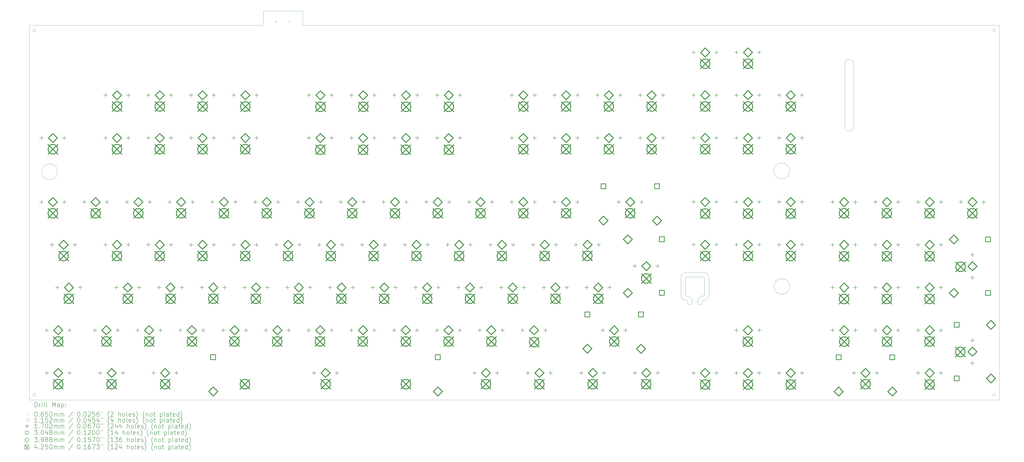
<source format=gbr>
%FSLAX45Y45*%
G04 Gerber Fmt 4.5, Leading zero omitted, Abs format (unit mm)*
G04 Created by KiCad (PCBNEW (6.0.0-rc1-458-g78ff9a857a)) date 2022-12-03 17:04:13*
%MOMM*%
%LPD*%
G01*
G04 APERTURE LIST*
%TA.AperFunction,Profile*%
%ADD10C,0.050000*%
%TD*%
%TA.AperFunction,Profile*%
%ADD11C,0.100000*%
%TD*%
%ADD12C,0.200000*%
%ADD13C,0.065000*%
%ADD14C,0.115200*%
%ADD15C,0.170180*%
%ADD16C,0.304800*%
%ADD17C,0.398780*%
%ADD18C,0.425000*%
G04 APERTURE END LIST*
D10*
X39800000Y-7500000D02*
G75*
G03*
X39400000Y-7500000I-200000J-1434D01*
G01*
X39400000Y-10300000D02*
G75*
G03*
X39800000Y-10300000I200000J0D01*
G01*
X39800000Y-10300000D02*
X39800000Y-7500000D01*
X39400000Y-7500000D02*
X39400000Y-10300000D01*
X32100000Y-17045000D02*
X32100000Y-17795000D01*
X32400000Y-18095000D02*
G75*
G03*
X32350000Y-18045000I-50000J0D01*
G01*
X33050000Y-18095000D02*
X33050000Y-18145000D01*
X32400000Y-18145000D02*
G75*
G03*
X32600000Y-18145000I100000J0D01*
G01*
X32600000Y-18095000D02*
G75*
G03*
X32350000Y-17845000I-250000J0D01*
G01*
X33150000Y-17045000D02*
G75*
G03*
X33100000Y-16995000I-50000J0D01*
G01*
D11*
X15260320Y-5779000D02*
X46293000Y-5777000D01*
X46293000Y-5777000D02*
X46291500Y-22479000D01*
X46291500Y-22479000D02*
X3073400Y-22479000D01*
X3073400Y-22479000D02*
X3073400Y-5778500D01*
X3073400Y-5778500D02*
X13495020Y-5778500D01*
X13495020Y-5778500D02*
X13495020Y-5143500D01*
X13495020Y-5143500D02*
X15260320Y-5143500D01*
X15260320Y-5143500D02*
X15260320Y-5779000D01*
D10*
X32300000Y-17795000D02*
G75*
G03*
X32350000Y-17845000I50000J0D01*
G01*
X32850000Y-18095000D02*
X32850000Y-18145000D01*
X4330000Y-12305000D02*
G75*
G03*
X4330000Y-12305000I-350000J0D01*
G01*
X33100000Y-17845000D02*
G75*
G03*
X32850000Y-18095000I0J-250000D01*
G01*
X33100000Y-18045000D02*
G75*
G03*
X33050000Y-18095000I0J-50000D01*
G01*
X33350000Y-17045000D02*
X33350000Y-17795000D01*
X36950000Y-17425000D02*
G75*
G03*
X36950000Y-17425000I-350000J0D01*
G01*
X33100000Y-16795000D02*
X32350000Y-16795000D01*
X32350000Y-16795000D02*
G75*
G03*
X32100000Y-17045000I0J-250000D01*
G01*
X32300000Y-17795000D02*
X32300000Y-17045000D01*
X33100000Y-18045000D02*
G75*
G03*
X33350000Y-17795000I0J250000D01*
G01*
X32400000Y-18145000D02*
X32400000Y-18095000D01*
X32600000Y-18145000D02*
X32600000Y-18095000D01*
X33150000Y-17045000D02*
X33150000Y-17795000D01*
X36945000Y-12275000D02*
G75*
G03*
X36945000Y-12275000I-350000J0D01*
G01*
X32100000Y-17795000D02*
G75*
G03*
X32350000Y-18045000I250000J0D01*
G01*
X32850000Y-18145000D02*
G75*
G03*
X33050000Y-18145000I100000J0D01*
G01*
X32350000Y-16995000D02*
G75*
G03*
X32300000Y-17045000I0J-50000D01*
G01*
X33100000Y-17845000D02*
G75*
G03*
X33150000Y-17795000I0J50000D01*
G01*
X32350000Y-16995000D02*
X33100000Y-16995000D01*
X33350000Y-17045000D02*
G75*
G03*
X33100000Y-16795000I-250000J0D01*
G01*
D12*
D13*
X14029500Y-5572150D02*
X14094500Y-5637150D01*
X14094500Y-5572150D02*
X14029500Y-5637150D01*
X14607500Y-5572150D02*
X14672500Y-5637150D01*
X14672500Y-5572150D02*
X14607500Y-5637150D01*
D14*
X3357600Y-6000000D02*
G75*
G03*
X3357600Y-6000000I-57600J0D01*
G01*
X3357600Y-22250000D02*
G75*
G03*
X3357600Y-22250000I-57600J0D01*
G01*
X46107600Y-6000000D02*
G75*
G03*
X46107600Y-6000000I-57600J0D01*
G01*
X46107600Y-22250000D02*
G75*
G03*
X46107600Y-22250000I-57600J0D01*
G01*
D15*
X3616325Y-10713085D02*
X3616325Y-10883265D01*
X3531235Y-10798175D02*
X3701415Y-10798175D01*
X3616325Y-13570585D02*
X3616325Y-13740765D01*
X3531235Y-13655675D02*
X3701415Y-13655675D01*
X3854450Y-19285585D02*
X3854450Y-19455765D01*
X3769360Y-19370675D02*
X3939540Y-19370675D01*
X3854450Y-21190585D02*
X3854450Y-21360765D01*
X3769360Y-21275675D02*
X3939540Y-21275675D01*
X4092575Y-15475585D02*
X4092575Y-15645765D01*
X4007485Y-15560675D02*
X4177665Y-15560675D01*
X4330700Y-17380585D02*
X4330700Y-17550765D01*
X4245610Y-17465675D02*
X4415790Y-17465675D01*
X4632325Y-10713085D02*
X4632325Y-10883265D01*
X4547235Y-10798175D02*
X4717415Y-10798175D01*
X4632325Y-13570585D02*
X4632325Y-13740765D01*
X4547235Y-13655675D02*
X4717415Y-13655675D01*
X4870450Y-19285585D02*
X4870450Y-19455765D01*
X4785360Y-19370675D02*
X4955540Y-19370675D01*
X4870450Y-21190585D02*
X4870450Y-21360765D01*
X4785360Y-21275675D02*
X4955540Y-21275675D01*
X5108575Y-15475585D02*
X5108575Y-15645765D01*
X5023485Y-15560675D02*
X5193665Y-15560675D01*
X5346700Y-17380585D02*
X5346700Y-17550765D01*
X5261610Y-17465675D02*
X5431790Y-17465675D01*
X5521325Y-13570585D02*
X5521325Y-13740765D01*
X5436235Y-13655675D02*
X5606415Y-13655675D01*
X5997575Y-19285585D02*
X5997575Y-19455765D01*
X5912485Y-19370675D02*
X6082665Y-19370675D01*
X6235700Y-21190585D02*
X6235700Y-21360765D01*
X6150610Y-21275675D02*
X6320790Y-21275675D01*
X6473825Y-8808085D02*
X6473825Y-8978265D01*
X6388735Y-8893175D02*
X6558915Y-8893175D01*
X6473825Y-10713085D02*
X6473825Y-10883265D01*
X6388735Y-10798175D02*
X6558915Y-10798175D01*
X6473825Y-15475585D02*
X6473825Y-15645765D01*
X6388735Y-15560675D02*
X6558915Y-15560675D01*
X6537325Y-13570585D02*
X6537325Y-13740765D01*
X6452235Y-13655675D02*
X6622415Y-13655675D01*
X6950075Y-17380585D02*
X6950075Y-17550765D01*
X6864985Y-17465675D02*
X7035165Y-17465675D01*
X7013575Y-19285585D02*
X7013575Y-19455765D01*
X6928485Y-19370675D02*
X7098665Y-19370675D01*
X7251700Y-21190585D02*
X7251700Y-21360765D01*
X7166610Y-21275675D02*
X7336790Y-21275675D01*
X7426325Y-13570585D02*
X7426325Y-13740765D01*
X7341235Y-13655675D02*
X7511415Y-13655675D01*
X7489825Y-8808085D02*
X7489825Y-8978265D01*
X7404735Y-8893175D02*
X7574915Y-8893175D01*
X7489825Y-10713085D02*
X7489825Y-10883265D01*
X7404735Y-10798175D02*
X7574915Y-10798175D01*
X7489825Y-15475585D02*
X7489825Y-15645765D01*
X7404735Y-15560675D02*
X7574915Y-15560675D01*
X7902575Y-19285585D02*
X7902575Y-19455765D01*
X7817485Y-19370675D02*
X7987665Y-19370675D01*
X7966075Y-17380585D02*
X7966075Y-17550765D01*
X7880985Y-17465675D02*
X8051165Y-17465675D01*
X8378825Y-8808085D02*
X8378825Y-8978265D01*
X8293735Y-8893175D02*
X8463915Y-8893175D01*
X8378825Y-10713085D02*
X8378825Y-10883265D01*
X8293735Y-10798175D02*
X8463915Y-10798175D01*
X8378825Y-15475585D02*
X8378825Y-15645765D01*
X8293735Y-15560675D02*
X8463915Y-15560675D01*
X8442325Y-13570585D02*
X8442325Y-13740765D01*
X8357235Y-13655675D02*
X8527415Y-13655675D01*
X8616950Y-21190585D02*
X8616950Y-21360765D01*
X8531860Y-21275675D02*
X8702040Y-21275675D01*
X8855075Y-17380585D02*
X8855075Y-17550765D01*
X8769985Y-17465675D02*
X8940165Y-17465675D01*
X8918575Y-19285585D02*
X8918575Y-19455765D01*
X8833485Y-19370675D02*
X9003665Y-19370675D01*
X9331325Y-13570585D02*
X9331325Y-13740765D01*
X9246235Y-13655675D02*
X9416415Y-13655675D01*
X9394825Y-8808085D02*
X9394825Y-8978265D01*
X9309735Y-8893175D02*
X9479915Y-8893175D01*
X9394825Y-10713085D02*
X9394825Y-10883265D01*
X9309735Y-10798175D02*
X9479915Y-10798175D01*
X9394825Y-15475585D02*
X9394825Y-15645765D01*
X9309735Y-15560675D02*
X9479915Y-15560675D01*
X9632950Y-21190585D02*
X9632950Y-21360765D01*
X9547860Y-21275675D02*
X9718040Y-21275675D01*
X9807575Y-19285585D02*
X9807575Y-19455765D01*
X9722485Y-19370675D02*
X9892665Y-19370675D01*
X9871075Y-17380585D02*
X9871075Y-17550765D01*
X9785985Y-17465675D02*
X9956165Y-17465675D01*
X10283825Y-8808085D02*
X10283825Y-8978265D01*
X10198735Y-8893175D02*
X10368915Y-8893175D01*
X10283825Y-10713085D02*
X10283825Y-10883265D01*
X10198735Y-10798175D02*
X10368915Y-10798175D01*
X10283825Y-15475585D02*
X10283825Y-15645765D01*
X10198735Y-15560675D02*
X10368915Y-15560675D01*
X10347325Y-13570585D02*
X10347325Y-13740765D01*
X10262235Y-13655675D02*
X10432415Y-13655675D01*
X10760075Y-17380585D02*
X10760075Y-17550765D01*
X10674985Y-17465675D02*
X10845165Y-17465675D01*
X10823575Y-19285585D02*
X10823575Y-19455765D01*
X10738485Y-19370675D02*
X10908665Y-19370675D01*
X11236325Y-13570585D02*
X11236325Y-13740765D01*
X11151235Y-13655675D02*
X11321415Y-13655675D01*
X11299825Y-8808085D02*
X11299825Y-8978265D01*
X11214735Y-8893175D02*
X11384915Y-8893175D01*
X11299825Y-10713085D02*
X11299825Y-10883265D01*
X11214735Y-10798175D02*
X11384915Y-10798175D01*
X11299825Y-15475585D02*
X11299825Y-15645765D01*
X11214735Y-15560675D02*
X11384915Y-15560675D01*
X11712575Y-19285585D02*
X11712575Y-19455765D01*
X11627485Y-19370675D02*
X11797665Y-19370675D01*
X11776075Y-17380585D02*
X11776075Y-17550765D01*
X11690985Y-17465675D02*
X11861165Y-17465675D01*
X12188825Y-8808085D02*
X12188825Y-8978265D01*
X12103735Y-8893175D02*
X12273915Y-8893175D01*
X12188825Y-15475585D02*
X12188825Y-15645765D01*
X12103735Y-15560675D02*
X12273915Y-15560675D01*
X12189000Y-10712910D02*
X12189000Y-10883090D01*
X12103910Y-10798000D02*
X12274090Y-10798000D01*
X12252325Y-13570585D02*
X12252325Y-13740765D01*
X12167235Y-13655675D02*
X12337415Y-13655675D01*
X12665075Y-17380585D02*
X12665075Y-17550765D01*
X12579985Y-17465675D02*
X12750165Y-17465675D01*
X12728575Y-19285585D02*
X12728575Y-19455765D01*
X12643485Y-19370675D02*
X12813665Y-19370675D01*
X13141325Y-13570585D02*
X13141325Y-13740765D01*
X13056235Y-13655675D02*
X13226415Y-13655675D01*
X13204825Y-8808085D02*
X13204825Y-8978265D01*
X13119735Y-8893175D02*
X13289915Y-8893175D01*
X13204825Y-15475585D02*
X13204825Y-15645765D01*
X13119735Y-15560675D02*
X13289915Y-15560675D01*
X13205000Y-10712910D02*
X13205000Y-10883090D01*
X13119910Y-10798000D02*
X13290090Y-10798000D01*
X13617575Y-19285585D02*
X13617575Y-19455765D01*
X13532485Y-19370675D02*
X13702665Y-19370675D01*
X13681075Y-17380585D02*
X13681075Y-17550765D01*
X13595985Y-17465675D02*
X13766165Y-17465675D01*
X14093825Y-15475585D02*
X14093825Y-15645765D01*
X14008735Y-15560675D02*
X14178915Y-15560675D01*
X14157325Y-13570585D02*
X14157325Y-13740765D01*
X14072235Y-13655675D02*
X14242415Y-13655675D01*
X14570075Y-17380585D02*
X14570075Y-17550765D01*
X14484985Y-17465675D02*
X14655165Y-17465675D01*
X14633575Y-19285585D02*
X14633575Y-19455765D01*
X14548485Y-19370675D02*
X14718665Y-19370675D01*
X15046325Y-13570585D02*
X15046325Y-13740765D01*
X14961235Y-13655675D02*
X15131415Y-13655675D01*
X15109825Y-15475585D02*
X15109825Y-15645765D01*
X15024735Y-15560675D02*
X15194915Y-15560675D01*
X15522575Y-19285585D02*
X15522575Y-19455765D01*
X15437485Y-19370675D02*
X15607665Y-19370675D01*
X15532100Y-10713085D02*
X15532100Y-10883265D01*
X15447010Y-10798175D02*
X15617190Y-10798175D01*
X15532109Y-8808085D02*
X15532109Y-8978265D01*
X15447019Y-8893175D02*
X15617199Y-8893175D01*
X15586075Y-17380585D02*
X15586075Y-17550765D01*
X15500985Y-17465675D02*
X15671165Y-17465675D01*
X15760700Y-21190585D02*
X15760700Y-21360765D01*
X15675610Y-21275675D02*
X15845790Y-21275675D01*
X15998825Y-15475585D02*
X15998825Y-15645765D01*
X15913735Y-15560675D02*
X16083915Y-15560675D01*
X16062325Y-13570585D02*
X16062325Y-13740765D01*
X15977235Y-13655675D02*
X16147415Y-13655675D01*
X16475075Y-17380585D02*
X16475075Y-17550765D01*
X16389985Y-17465675D02*
X16560165Y-17465675D01*
X16538575Y-19285585D02*
X16538575Y-19455765D01*
X16453485Y-19370675D02*
X16623665Y-19370675D01*
X16548100Y-10713085D02*
X16548100Y-10883265D01*
X16463010Y-10798175D02*
X16633190Y-10798175D01*
X16548109Y-8808085D02*
X16548109Y-8978265D01*
X16463019Y-8893175D02*
X16633199Y-8893175D01*
X16776700Y-21190585D02*
X16776700Y-21360765D01*
X16691610Y-21275675D02*
X16861790Y-21275675D01*
X16951325Y-13570585D02*
X16951325Y-13740765D01*
X16866235Y-13655675D02*
X17036415Y-13655675D01*
X17014825Y-15475585D02*
X17014825Y-15645765D01*
X16929735Y-15560675D02*
X17099915Y-15560675D01*
X17427575Y-19285585D02*
X17427575Y-19455765D01*
X17342485Y-19370675D02*
X17512665Y-19370675D01*
X17437100Y-10713085D02*
X17437100Y-10883265D01*
X17352010Y-10798175D02*
X17522190Y-10798175D01*
X17437111Y-8808085D02*
X17437111Y-8978265D01*
X17352021Y-8893175D02*
X17522201Y-8893175D01*
X17491075Y-17380585D02*
X17491075Y-17550765D01*
X17405985Y-17465675D02*
X17576165Y-17465675D01*
X17903825Y-15475585D02*
X17903825Y-15645765D01*
X17818735Y-15560675D02*
X17988915Y-15560675D01*
X17967325Y-13570585D02*
X17967325Y-13740765D01*
X17882235Y-13655675D02*
X18052415Y-13655675D01*
X18379500Y-17382410D02*
X18379500Y-17552590D01*
X18294410Y-17467500D02*
X18464590Y-17467500D01*
X18443575Y-19285585D02*
X18443575Y-19455765D01*
X18358485Y-19370675D02*
X18528665Y-19370675D01*
X18453100Y-10713085D02*
X18453100Y-10883265D01*
X18368010Y-10798175D02*
X18538190Y-10798175D01*
X18453111Y-8808085D02*
X18453111Y-8978265D01*
X18368021Y-8893175D02*
X18538201Y-8893175D01*
X18856325Y-13570585D02*
X18856325Y-13740765D01*
X18771235Y-13655675D02*
X18941415Y-13655675D01*
X18919825Y-15475585D02*
X18919825Y-15645765D01*
X18834735Y-15560675D02*
X19004915Y-15560675D01*
X19332575Y-19285585D02*
X19332575Y-19455765D01*
X19247485Y-19370675D02*
X19417665Y-19370675D01*
X19342100Y-8808085D02*
X19342100Y-8978265D01*
X19257010Y-8893175D02*
X19427190Y-8893175D01*
X19342100Y-10713085D02*
X19342100Y-10883265D01*
X19257010Y-10798175D02*
X19427190Y-10798175D01*
X19395500Y-17382410D02*
X19395500Y-17552590D01*
X19310410Y-17467500D02*
X19480590Y-17467500D01*
X19808825Y-15475585D02*
X19808825Y-15645765D01*
X19723735Y-15560675D02*
X19893915Y-15560675D01*
X19872325Y-13570585D02*
X19872325Y-13740765D01*
X19787235Y-13655675D02*
X19957415Y-13655675D01*
X20285075Y-17380585D02*
X20285075Y-17550765D01*
X20199985Y-17465675D02*
X20370165Y-17465675D01*
X20348575Y-19285585D02*
X20348575Y-19455765D01*
X20263485Y-19370675D02*
X20433665Y-19370675D01*
X20358100Y-8808085D02*
X20358100Y-8978265D01*
X20273010Y-8893175D02*
X20443190Y-8893175D01*
X20358100Y-10713085D02*
X20358100Y-10883265D01*
X20273010Y-10798175D02*
X20443190Y-10798175D01*
X20761325Y-13570585D02*
X20761325Y-13740765D01*
X20676235Y-13655675D02*
X20846415Y-13655675D01*
X20824825Y-15475585D02*
X20824825Y-15645765D01*
X20739735Y-15560675D02*
X20909915Y-15560675D01*
X21237575Y-19285585D02*
X21237575Y-19455765D01*
X21152485Y-19370675D02*
X21322665Y-19370675D01*
X21247100Y-8808085D02*
X21247100Y-8978265D01*
X21162010Y-8893175D02*
X21332190Y-8893175D01*
X21247100Y-10713085D02*
X21247100Y-10883265D01*
X21162010Y-10798175D02*
X21332190Y-10798175D01*
X21301075Y-17380585D02*
X21301075Y-17550765D01*
X21215985Y-17465675D02*
X21386165Y-17465675D01*
X21713825Y-15475585D02*
X21713825Y-15645765D01*
X21628735Y-15560675D02*
X21798915Y-15560675D01*
X21777325Y-13570585D02*
X21777325Y-13740765D01*
X21692235Y-13655675D02*
X21862415Y-13655675D01*
X22190075Y-17380585D02*
X22190075Y-17550765D01*
X22104985Y-17465675D02*
X22275165Y-17465675D01*
X22253575Y-19285585D02*
X22253575Y-19455765D01*
X22168485Y-19370675D02*
X22338665Y-19370675D01*
X22263100Y-8808085D02*
X22263100Y-8978265D01*
X22178010Y-8893175D02*
X22348190Y-8893175D01*
X22263100Y-10713085D02*
X22263100Y-10883265D01*
X22178010Y-10798175D02*
X22348190Y-10798175D01*
X22666325Y-13570585D02*
X22666325Y-13740765D01*
X22581235Y-13655675D02*
X22751415Y-13655675D01*
X22729825Y-15475585D02*
X22729825Y-15645765D01*
X22644735Y-15560675D02*
X22814915Y-15560675D01*
X22904450Y-21190585D02*
X22904450Y-21360765D01*
X22819360Y-21275675D02*
X22989540Y-21275675D01*
X23142575Y-19285585D02*
X23142575Y-19455765D01*
X23057485Y-19370675D02*
X23227665Y-19370675D01*
X23206075Y-17380585D02*
X23206075Y-17550765D01*
X23120985Y-17465675D02*
X23291165Y-17465675D01*
X23618825Y-15475585D02*
X23618825Y-15645765D01*
X23533735Y-15560675D02*
X23703915Y-15560675D01*
X23682325Y-13570585D02*
X23682325Y-13740765D01*
X23597235Y-13655675D02*
X23767415Y-13655675D01*
X23920450Y-21190585D02*
X23920450Y-21360765D01*
X23835360Y-21275675D02*
X24005540Y-21275675D01*
X24095075Y-17380585D02*
X24095075Y-17550765D01*
X24009985Y-17465675D02*
X24180165Y-17465675D01*
X24158575Y-19285585D02*
X24158575Y-19455765D01*
X24073485Y-19370675D02*
X24243665Y-19370675D01*
X24571325Y-10713085D02*
X24571325Y-10883265D01*
X24486235Y-10798175D02*
X24656415Y-10798175D01*
X24571325Y-13570585D02*
X24571325Y-13740765D01*
X24486235Y-13655675D02*
X24656415Y-13655675D01*
X24571341Y-8808085D02*
X24571341Y-8978265D01*
X24486251Y-8893175D02*
X24656431Y-8893175D01*
X24634825Y-15475585D02*
X24634825Y-15645765D01*
X24549735Y-15560675D02*
X24719915Y-15560675D01*
X25047575Y-19285585D02*
X25047575Y-19455765D01*
X24962485Y-19370675D02*
X25132665Y-19370675D01*
X25111075Y-17380585D02*
X25111075Y-17550765D01*
X25025985Y-17465675D02*
X25196165Y-17465675D01*
X25285700Y-21190585D02*
X25285700Y-21360765D01*
X25200610Y-21275675D02*
X25370790Y-21275675D01*
X25523825Y-15475585D02*
X25523825Y-15645765D01*
X25438735Y-15560675D02*
X25608915Y-15560675D01*
X25587325Y-10713085D02*
X25587325Y-10883265D01*
X25502235Y-10798175D02*
X25672415Y-10798175D01*
X25587325Y-13570585D02*
X25587325Y-13740765D01*
X25502235Y-13655675D02*
X25672415Y-13655675D01*
X25587341Y-8808085D02*
X25587341Y-8978265D01*
X25502251Y-8893175D02*
X25672431Y-8893175D01*
X26000075Y-17380585D02*
X26000075Y-17550765D01*
X25914985Y-17465675D02*
X26085165Y-17465675D01*
X26063575Y-19285585D02*
X26063575Y-19455765D01*
X25978485Y-19370675D02*
X26148665Y-19370675D01*
X26301700Y-21190585D02*
X26301700Y-21360765D01*
X26216610Y-21275675D02*
X26386790Y-21275675D01*
X26476325Y-8808085D02*
X26476325Y-8978265D01*
X26391235Y-8893175D02*
X26561415Y-8893175D01*
X26476325Y-10713085D02*
X26476325Y-10883265D01*
X26391235Y-10798175D02*
X26561415Y-10798175D01*
X26476325Y-13570585D02*
X26476325Y-13740765D01*
X26391235Y-13655675D02*
X26561415Y-13655675D01*
X26539825Y-15475585D02*
X26539825Y-15645765D01*
X26454735Y-15560675D02*
X26624915Y-15560675D01*
X27016075Y-17380585D02*
X27016075Y-17550765D01*
X26930985Y-17465675D02*
X27101165Y-17465675D01*
X27428825Y-15475585D02*
X27428825Y-15645765D01*
X27343735Y-15560675D02*
X27513915Y-15560675D01*
X27492325Y-8808085D02*
X27492325Y-8978265D01*
X27407235Y-8893175D02*
X27577415Y-8893175D01*
X27492325Y-10713085D02*
X27492325Y-10883265D01*
X27407235Y-10798175D02*
X27577415Y-10798175D01*
X27492325Y-13570585D02*
X27492325Y-13740765D01*
X27407235Y-13655675D02*
X27577415Y-13655675D01*
X27666950Y-21190585D02*
X27666950Y-21360765D01*
X27581860Y-21275675D02*
X27752040Y-21275675D01*
X27905075Y-17380585D02*
X27905075Y-17550765D01*
X27819985Y-17465675D02*
X27990165Y-17465675D01*
X28381325Y-8808085D02*
X28381325Y-8978265D01*
X28296235Y-8893175D02*
X28466415Y-8893175D01*
X28381325Y-10713085D02*
X28381325Y-10883265D01*
X28296235Y-10798175D02*
X28466415Y-10798175D01*
X28444825Y-15475585D02*
X28444825Y-15645765D01*
X28359735Y-15560675D02*
X28529915Y-15560675D01*
X28619450Y-19285585D02*
X28619450Y-19455765D01*
X28534360Y-19370675D02*
X28704540Y-19370675D01*
X28682950Y-21190585D02*
X28682950Y-21360765D01*
X28597860Y-21275675D02*
X28768040Y-21275675D01*
X28921075Y-17380585D02*
X28921075Y-17550765D01*
X28835985Y-17465675D02*
X29006165Y-17465675D01*
X29333825Y-13570585D02*
X29333825Y-13740765D01*
X29248735Y-13655675D02*
X29418915Y-13655675D01*
X29397325Y-8808085D02*
X29397325Y-8978265D01*
X29312235Y-8893175D02*
X29482415Y-8893175D01*
X29397325Y-10713085D02*
X29397325Y-10883265D01*
X29312235Y-10798175D02*
X29482415Y-10798175D01*
X29635450Y-19285585D02*
X29635450Y-19455765D01*
X29550360Y-19370675D02*
X29720540Y-19370675D01*
X30048200Y-16428085D02*
X30048200Y-16598265D01*
X29963110Y-16513175D02*
X30133290Y-16513175D01*
X30048200Y-21190585D02*
X30048200Y-21360765D01*
X29963110Y-21275675D02*
X30133290Y-21275675D01*
X30286325Y-8808085D02*
X30286325Y-8978265D01*
X30201235Y-8893175D02*
X30371415Y-8893175D01*
X30286325Y-10713085D02*
X30286325Y-10883265D01*
X30201235Y-10798175D02*
X30371415Y-10798175D01*
X30349825Y-13570585D02*
X30349825Y-13740765D01*
X30264735Y-13655675D02*
X30434915Y-13655675D01*
X31064200Y-16428085D02*
X31064200Y-16598265D01*
X30979110Y-16513175D02*
X31149290Y-16513175D01*
X31064200Y-21190585D02*
X31064200Y-21360765D01*
X30979110Y-21275675D02*
X31149290Y-21275675D01*
X31302325Y-8808085D02*
X31302325Y-8978265D01*
X31217235Y-8893175D02*
X31387415Y-8893175D01*
X31302325Y-10713085D02*
X31302325Y-10883265D01*
X31217235Y-10798175D02*
X31387415Y-10798175D01*
X32667575Y-21193760D02*
X32667575Y-21363940D01*
X32582485Y-21278850D02*
X32752665Y-21278850D01*
X32670750Y-6899910D02*
X32670750Y-7070090D01*
X32585660Y-6985000D02*
X32755840Y-6985000D01*
X32670750Y-8804910D02*
X32670750Y-8975090D01*
X32585660Y-8890000D02*
X32755840Y-8890000D01*
X32670750Y-10709910D02*
X32670750Y-10880090D01*
X32585660Y-10795000D02*
X32755840Y-10795000D01*
X32670750Y-13567410D02*
X32670750Y-13737590D01*
X32585660Y-13652500D02*
X32755840Y-13652500D01*
X32670750Y-15472410D02*
X32670750Y-15642590D01*
X32585660Y-15557500D02*
X32755840Y-15557500D01*
X33683575Y-21193760D02*
X33683575Y-21363940D01*
X33598485Y-21278850D02*
X33768665Y-21278850D01*
X33686750Y-6899910D02*
X33686750Y-7070090D01*
X33601660Y-6985000D02*
X33771840Y-6985000D01*
X33686750Y-8804910D02*
X33686750Y-8975090D01*
X33601660Y-8890000D02*
X33771840Y-8890000D01*
X33686750Y-10709910D02*
X33686750Y-10880090D01*
X33601660Y-10795000D02*
X33771840Y-10795000D01*
X33686750Y-13567410D02*
X33686750Y-13737590D01*
X33601660Y-13652500D02*
X33771840Y-13652500D01*
X33686750Y-15472410D02*
X33686750Y-15642590D01*
X33601660Y-15557500D02*
X33771840Y-15557500D01*
X34572575Y-19288760D02*
X34572575Y-19458940D01*
X34487485Y-19373850D02*
X34657665Y-19373850D01*
X34572575Y-21193760D02*
X34572575Y-21363940D01*
X34487485Y-21278850D02*
X34657665Y-21278850D01*
X34575750Y-6899910D02*
X34575750Y-7070090D01*
X34490660Y-6985000D02*
X34660840Y-6985000D01*
X34575750Y-8804910D02*
X34575750Y-8975090D01*
X34490660Y-8890000D02*
X34660840Y-8890000D01*
X34575750Y-10709910D02*
X34575750Y-10880090D01*
X34490660Y-10795000D02*
X34660840Y-10795000D01*
X34575750Y-13567410D02*
X34575750Y-13737590D01*
X34490660Y-13652500D02*
X34660840Y-13652500D01*
X34575750Y-15472410D02*
X34575750Y-15642590D01*
X34490660Y-15557500D02*
X34660840Y-15557500D01*
X35588575Y-19288760D02*
X35588575Y-19458940D01*
X35503485Y-19373850D02*
X35673665Y-19373850D01*
X35588575Y-21193760D02*
X35588575Y-21363940D01*
X35503485Y-21278850D02*
X35673665Y-21278850D01*
X35591750Y-6899910D02*
X35591750Y-7070090D01*
X35506660Y-6985000D02*
X35676840Y-6985000D01*
X35591750Y-8804910D02*
X35591750Y-8975090D01*
X35506660Y-8890000D02*
X35676840Y-8890000D01*
X35591750Y-10709910D02*
X35591750Y-10880090D01*
X35506660Y-10795000D02*
X35676840Y-10795000D01*
X35591750Y-13567410D02*
X35591750Y-13737590D01*
X35506660Y-13652500D02*
X35676840Y-13652500D01*
X35591750Y-15472410D02*
X35591750Y-15642590D01*
X35506660Y-15557500D02*
X35676840Y-15557500D01*
X36477575Y-21193760D02*
X36477575Y-21363940D01*
X36392485Y-21278850D02*
X36562665Y-21278850D01*
X36480750Y-8804910D02*
X36480750Y-8975090D01*
X36395660Y-8890000D02*
X36565840Y-8890000D01*
X36480750Y-10709910D02*
X36480750Y-10880090D01*
X36395660Y-10795000D02*
X36565840Y-10795000D01*
X36480750Y-13567410D02*
X36480750Y-13737590D01*
X36395660Y-13652500D02*
X36565840Y-13652500D01*
X36480750Y-15472410D02*
X36480750Y-15642590D01*
X36395660Y-15557500D02*
X36565840Y-15557500D01*
X37493575Y-21193760D02*
X37493575Y-21363940D01*
X37408485Y-21278850D02*
X37578665Y-21278850D01*
X37496750Y-8804910D02*
X37496750Y-8975090D01*
X37411660Y-8890000D02*
X37581840Y-8890000D01*
X37496750Y-10709910D02*
X37496750Y-10880090D01*
X37411660Y-10795000D02*
X37581840Y-10795000D01*
X37496750Y-13567410D02*
X37496750Y-13737590D01*
X37411660Y-13652500D02*
X37581840Y-13652500D01*
X37496750Y-15472410D02*
X37496750Y-15642590D01*
X37411660Y-15557500D02*
X37581840Y-15557500D01*
X38858825Y-13573760D02*
X38858825Y-13743940D01*
X38773735Y-13658850D02*
X38943915Y-13658850D01*
X38858825Y-15478760D02*
X38858825Y-15648940D01*
X38773735Y-15563850D02*
X38943915Y-15563850D01*
X38858825Y-17383760D02*
X38858825Y-17553940D01*
X38773735Y-17468850D02*
X38943915Y-17468850D01*
X38858825Y-19288760D02*
X38858825Y-19458940D01*
X38773735Y-19373850D02*
X38943915Y-19373850D01*
X39811325Y-21193760D02*
X39811325Y-21363940D01*
X39726235Y-21278850D02*
X39896415Y-21278850D01*
X39874825Y-13573760D02*
X39874825Y-13743940D01*
X39789735Y-13658850D02*
X39959915Y-13658850D01*
X39874825Y-15478760D02*
X39874825Y-15648940D01*
X39789735Y-15563850D02*
X39959915Y-15563850D01*
X39874825Y-17383760D02*
X39874825Y-17553940D01*
X39789735Y-17468850D02*
X39959915Y-17468850D01*
X39874825Y-19288760D02*
X39874825Y-19458940D01*
X39789735Y-19373850D02*
X39959915Y-19373850D01*
X40763825Y-13573760D02*
X40763825Y-13743940D01*
X40678735Y-13658850D02*
X40848915Y-13658850D01*
X40763825Y-15478760D02*
X40763825Y-15648940D01*
X40678735Y-15563850D02*
X40848915Y-15563850D01*
X40763825Y-17383760D02*
X40763825Y-17553940D01*
X40678735Y-17468850D02*
X40848915Y-17468850D01*
X40763825Y-19288760D02*
X40763825Y-19458940D01*
X40678735Y-19373850D02*
X40848915Y-19373850D01*
X40827325Y-21193760D02*
X40827325Y-21363940D01*
X40742235Y-21278850D02*
X40912415Y-21278850D01*
X41779825Y-13573760D02*
X41779825Y-13743940D01*
X41694735Y-13658850D02*
X41864915Y-13658850D01*
X41779825Y-15478760D02*
X41779825Y-15648940D01*
X41694735Y-15563850D02*
X41864915Y-15563850D01*
X41779825Y-17383760D02*
X41779825Y-17553940D01*
X41694735Y-17468850D02*
X41864915Y-17468850D01*
X41779825Y-19288760D02*
X41779825Y-19458940D01*
X41694735Y-19373850D02*
X41864915Y-19373850D01*
X42668825Y-13573760D02*
X42668825Y-13743940D01*
X42583735Y-13658850D02*
X42753915Y-13658850D01*
X42668825Y-15478760D02*
X42668825Y-15648940D01*
X42583735Y-15563850D02*
X42753915Y-15563850D01*
X42668825Y-17383760D02*
X42668825Y-17553940D01*
X42583735Y-17468850D02*
X42753915Y-17468850D01*
X42668825Y-19288760D02*
X42668825Y-19458940D01*
X42583735Y-19373850D02*
X42753915Y-19373850D01*
X42668825Y-21193760D02*
X42668825Y-21363940D01*
X42583735Y-21278850D02*
X42753915Y-21278850D01*
X43684825Y-13573760D02*
X43684825Y-13743940D01*
X43599735Y-13658850D02*
X43769915Y-13658850D01*
X43684825Y-15478760D02*
X43684825Y-15648940D01*
X43599735Y-15563850D02*
X43769915Y-15563850D01*
X43684825Y-17383760D02*
X43684825Y-17553940D01*
X43599735Y-17468850D02*
X43769915Y-17468850D01*
X43684825Y-19288760D02*
X43684825Y-19458940D01*
X43599735Y-19373850D02*
X43769915Y-19373850D01*
X43684825Y-21193760D02*
X43684825Y-21363940D01*
X43599735Y-21278850D02*
X43769915Y-21278850D01*
X44573825Y-13573760D02*
X44573825Y-13743940D01*
X44488735Y-13658850D02*
X44658915Y-13658850D01*
X45081825Y-15923260D02*
X45081825Y-16093440D01*
X44996735Y-16008350D02*
X45166915Y-16008350D01*
X45081825Y-16939260D02*
X45081825Y-17109440D01*
X44996735Y-17024350D02*
X45166915Y-17024350D01*
X45081825Y-19733260D02*
X45081825Y-19903440D01*
X44996735Y-19818350D02*
X45166915Y-19818350D01*
X45081825Y-20749260D02*
X45081825Y-20919440D01*
X44996735Y-20834350D02*
X45166915Y-20834350D01*
X45589825Y-13573760D02*
X45589825Y-13743940D01*
X45504735Y-13658850D02*
X45674915Y-13658850D01*
D16*
X11372664Y-20684939D02*
X11372664Y-20469411D01*
X11157136Y-20469411D01*
X11157136Y-20684939D01*
X11372664Y-20684939D01*
X21380264Y-20684939D02*
X21380264Y-20469411D01*
X21164736Y-20469411D01*
X21164736Y-20684939D01*
X21380264Y-20684939D01*
X28041414Y-18779939D02*
X28041414Y-18564411D01*
X27825886Y-18564411D01*
X27825886Y-18779939D01*
X28041414Y-18779939D01*
X28755789Y-13064939D02*
X28755789Y-12849411D01*
X28540261Y-12849411D01*
X28540261Y-13064939D01*
X28755789Y-13064939D01*
X30429014Y-18779939D02*
X30429014Y-18564411D01*
X30213486Y-18564411D01*
X30213486Y-18779939D01*
X30429014Y-18779939D01*
X31143389Y-13064939D02*
X31143389Y-12849411D01*
X30927861Y-12849411D01*
X30927861Y-13064939D01*
X31143389Y-13064939D01*
X31362464Y-15427139D02*
X31362464Y-15211611D01*
X31146936Y-15211611D01*
X31146936Y-15427139D01*
X31362464Y-15427139D01*
X31362464Y-17814739D02*
X31362464Y-17599211D01*
X31146936Y-17599211D01*
X31146936Y-17814739D01*
X31362464Y-17814739D01*
X39233289Y-20688114D02*
X39233289Y-20472586D01*
X39017761Y-20472586D01*
X39017761Y-20688114D01*
X39233289Y-20688114D01*
X41620889Y-20688114D02*
X41620889Y-20472586D01*
X41405361Y-20472586D01*
X41405361Y-20688114D01*
X41620889Y-20688114D01*
X44491089Y-19240314D02*
X44491089Y-19024786D01*
X44275561Y-19024786D01*
X44275561Y-19240314D01*
X44491089Y-19240314D01*
X44491089Y-21627914D02*
X44491089Y-21412386D01*
X44275561Y-21412386D01*
X44275561Y-21627914D01*
X44491089Y-21627914D01*
X45888089Y-15430314D02*
X45888089Y-15214786D01*
X45672561Y-15214786D01*
X45672561Y-15430314D01*
X45888089Y-15430314D01*
X45888089Y-17817914D02*
X45888089Y-17602386D01*
X45672561Y-17602386D01*
X45672561Y-17817914D01*
X45888089Y-17817914D01*
D17*
X4124325Y-10997565D02*
X4323715Y-10798175D01*
X4124325Y-10598785D01*
X3924935Y-10798175D01*
X4124325Y-10997565D01*
X4124325Y-13855065D02*
X4323715Y-13655675D01*
X4124325Y-13456285D01*
X3924935Y-13655675D01*
X4124325Y-13855065D01*
X4362450Y-19570065D02*
X4561840Y-19370675D01*
X4362450Y-19171285D01*
X4163060Y-19370675D01*
X4362450Y-19570065D01*
X4362450Y-21475065D02*
X4561840Y-21275675D01*
X4362450Y-21076285D01*
X4163060Y-21275675D01*
X4362450Y-21475065D01*
X4600575Y-15760065D02*
X4799965Y-15560675D01*
X4600575Y-15361285D01*
X4401185Y-15560675D01*
X4600575Y-15760065D01*
X4838700Y-17665065D02*
X5038090Y-17465675D01*
X4838700Y-17266285D01*
X4639310Y-17465675D01*
X4838700Y-17665065D01*
X6029325Y-13855065D02*
X6228715Y-13655675D01*
X6029325Y-13456285D01*
X5829935Y-13655675D01*
X6029325Y-13855065D01*
X6505575Y-19570065D02*
X6704965Y-19370675D01*
X6505575Y-19171285D01*
X6306185Y-19370675D01*
X6505575Y-19570065D01*
X6743700Y-21475065D02*
X6943090Y-21275675D01*
X6743700Y-21076285D01*
X6544310Y-21275675D01*
X6743700Y-21475065D01*
X6981825Y-9092565D02*
X7181215Y-8893175D01*
X6981825Y-8693785D01*
X6782435Y-8893175D01*
X6981825Y-9092565D01*
X6981825Y-10997565D02*
X7181215Y-10798175D01*
X6981825Y-10598785D01*
X6782435Y-10798175D01*
X6981825Y-10997565D01*
X6981825Y-15760065D02*
X7181215Y-15560675D01*
X6981825Y-15361285D01*
X6782435Y-15560675D01*
X6981825Y-15760065D01*
X7458075Y-17665065D02*
X7657465Y-17465675D01*
X7458075Y-17266285D01*
X7258685Y-17465675D01*
X7458075Y-17665065D01*
X7934325Y-13855065D02*
X8133715Y-13655675D01*
X7934325Y-13456285D01*
X7734935Y-13655675D01*
X7934325Y-13855065D01*
X8410575Y-19570065D02*
X8609965Y-19370675D01*
X8410575Y-19171285D01*
X8211185Y-19370675D01*
X8410575Y-19570065D01*
X8886825Y-9092565D02*
X9086215Y-8893175D01*
X8886825Y-8693785D01*
X8687435Y-8893175D01*
X8886825Y-9092565D01*
X8886825Y-10997565D02*
X9086215Y-10798175D01*
X8886825Y-10598785D01*
X8687435Y-10798175D01*
X8886825Y-10997565D01*
X8886825Y-15760065D02*
X9086215Y-15560675D01*
X8886825Y-15361285D01*
X8687435Y-15560675D01*
X8886825Y-15760065D01*
X9124950Y-21475065D02*
X9324340Y-21275675D01*
X9124950Y-21076285D01*
X8925560Y-21275675D01*
X9124950Y-21475065D01*
X9363075Y-17665065D02*
X9562465Y-17465675D01*
X9363075Y-17266285D01*
X9163685Y-17465675D01*
X9363075Y-17665065D01*
X9839325Y-13855065D02*
X10038715Y-13655675D01*
X9839325Y-13456285D01*
X9639935Y-13655675D01*
X9839325Y-13855065D01*
X10315575Y-19570065D02*
X10514965Y-19370675D01*
X10315575Y-19171285D01*
X10116185Y-19370675D01*
X10315575Y-19570065D01*
X10791825Y-9092565D02*
X10991215Y-8893175D01*
X10791825Y-8693785D01*
X10592435Y-8893175D01*
X10791825Y-9092565D01*
X10791825Y-10997565D02*
X10991215Y-10798175D01*
X10791825Y-10598785D01*
X10592435Y-10798175D01*
X10791825Y-10997565D01*
X10791825Y-15760065D02*
X10991215Y-15560675D01*
X10791825Y-15361285D01*
X10592435Y-15560675D01*
X10791825Y-15760065D01*
X11264900Y-22300565D02*
X11464290Y-22101175D01*
X11264900Y-21901785D01*
X11065510Y-22101175D01*
X11264900Y-22300565D01*
X11268075Y-17665065D02*
X11467465Y-17465675D01*
X11268075Y-17266285D01*
X11068685Y-17465675D01*
X11268075Y-17665065D01*
X11744325Y-13855065D02*
X11943715Y-13655675D01*
X11744325Y-13456285D01*
X11544935Y-13655675D01*
X11744325Y-13855065D01*
X12220575Y-19570065D02*
X12419965Y-19370675D01*
X12220575Y-19171285D01*
X12021185Y-19370675D01*
X12220575Y-19570065D01*
X12696825Y-9092565D02*
X12896215Y-8893175D01*
X12696825Y-8693785D01*
X12497435Y-8893175D01*
X12696825Y-9092565D01*
X12696825Y-15760065D02*
X12896215Y-15560675D01*
X12696825Y-15361285D01*
X12497435Y-15560675D01*
X12696825Y-15760065D01*
X12697000Y-10997390D02*
X12896390Y-10798000D01*
X12697000Y-10598610D01*
X12497610Y-10798000D01*
X12697000Y-10997390D01*
X13173075Y-17665065D02*
X13372465Y-17465675D01*
X13173075Y-17266285D01*
X12973685Y-17465675D01*
X13173075Y-17665065D01*
X13649325Y-13855065D02*
X13848715Y-13655675D01*
X13649325Y-13456285D01*
X13449935Y-13655675D01*
X13649325Y-13855065D01*
X14125575Y-19570065D02*
X14324965Y-19370675D01*
X14125575Y-19171285D01*
X13926185Y-19370675D01*
X14125575Y-19570065D01*
X14601825Y-15760065D02*
X14801215Y-15560675D01*
X14601825Y-15361285D01*
X14402435Y-15560675D01*
X14601825Y-15760065D01*
X15078075Y-17665065D02*
X15277465Y-17465675D01*
X15078075Y-17266285D01*
X14878685Y-17465675D01*
X15078075Y-17665065D01*
X15554325Y-13855065D02*
X15753715Y-13655675D01*
X15554325Y-13456285D01*
X15354935Y-13655675D01*
X15554325Y-13855065D01*
X16030575Y-19570065D02*
X16229965Y-19370675D01*
X16030575Y-19171285D01*
X15831185Y-19370675D01*
X16030575Y-19570065D01*
X16040100Y-10997565D02*
X16239490Y-10798175D01*
X16040100Y-10598785D01*
X15840710Y-10798175D01*
X16040100Y-10997565D01*
X16040109Y-9092565D02*
X16239499Y-8893175D01*
X16040109Y-8693785D01*
X15840719Y-8893175D01*
X16040109Y-9092565D01*
X16268700Y-21475065D02*
X16468090Y-21275675D01*
X16268700Y-21076285D01*
X16069310Y-21275675D01*
X16268700Y-21475065D01*
X16506825Y-15760065D02*
X16706215Y-15560675D01*
X16506825Y-15361285D01*
X16307435Y-15560675D01*
X16506825Y-15760065D01*
X16983075Y-17665065D02*
X17182465Y-17465675D01*
X16983075Y-17266285D01*
X16783685Y-17465675D01*
X16983075Y-17665065D01*
X17459325Y-13855065D02*
X17658715Y-13655675D01*
X17459325Y-13456285D01*
X17259935Y-13655675D01*
X17459325Y-13855065D01*
X17935575Y-19570065D02*
X18134965Y-19370675D01*
X17935575Y-19171285D01*
X17736185Y-19370675D01*
X17935575Y-19570065D01*
X17945100Y-10997565D02*
X18144490Y-10798175D01*
X17945100Y-10598785D01*
X17745710Y-10798175D01*
X17945100Y-10997565D01*
X17945111Y-9092565D02*
X18144501Y-8893175D01*
X17945111Y-8693785D01*
X17745721Y-8893175D01*
X17945111Y-9092565D01*
X18411825Y-15760065D02*
X18611215Y-15560675D01*
X18411825Y-15361285D01*
X18212435Y-15560675D01*
X18411825Y-15760065D01*
X18887500Y-17666890D02*
X19086890Y-17467500D01*
X18887500Y-17268110D01*
X18688110Y-17467500D01*
X18887500Y-17666890D01*
X19364325Y-13855065D02*
X19563715Y-13655675D01*
X19364325Y-13456285D01*
X19164935Y-13655675D01*
X19364325Y-13855065D01*
X19840575Y-19570065D02*
X20039965Y-19370675D01*
X19840575Y-19171285D01*
X19641185Y-19370675D01*
X19840575Y-19570065D01*
X19850100Y-9092565D02*
X20049490Y-8893175D01*
X19850100Y-8693785D01*
X19650710Y-8893175D01*
X19850100Y-9092565D01*
X19850100Y-10997565D02*
X20049490Y-10798175D01*
X19850100Y-10598785D01*
X19650710Y-10798175D01*
X19850100Y-10997565D01*
X20316825Y-15760065D02*
X20516215Y-15560675D01*
X20316825Y-15361285D01*
X20117435Y-15560675D01*
X20316825Y-15760065D01*
X20793075Y-17665065D02*
X20992465Y-17465675D01*
X20793075Y-17266285D01*
X20593685Y-17465675D01*
X20793075Y-17665065D01*
X21269325Y-13855065D02*
X21468715Y-13655675D01*
X21269325Y-13456285D01*
X21069935Y-13655675D01*
X21269325Y-13855065D01*
X21272500Y-22300565D02*
X21471890Y-22101175D01*
X21272500Y-21901785D01*
X21073110Y-22101175D01*
X21272500Y-22300565D01*
X21745575Y-19570065D02*
X21944965Y-19370675D01*
X21745575Y-19171285D01*
X21546185Y-19370675D01*
X21745575Y-19570065D01*
X21755100Y-9092565D02*
X21954490Y-8893175D01*
X21755100Y-8693785D01*
X21555710Y-8893175D01*
X21755100Y-9092565D01*
X21755100Y-10997565D02*
X21954490Y-10798175D01*
X21755100Y-10598785D01*
X21555710Y-10798175D01*
X21755100Y-10997565D01*
X22221825Y-15760065D02*
X22421215Y-15560675D01*
X22221825Y-15361285D01*
X22022435Y-15560675D01*
X22221825Y-15760065D01*
X22698075Y-17665065D02*
X22897465Y-17465675D01*
X22698075Y-17266285D01*
X22498685Y-17465675D01*
X22698075Y-17665065D01*
X23174325Y-13855065D02*
X23373715Y-13655675D01*
X23174325Y-13456285D01*
X22974935Y-13655675D01*
X23174325Y-13855065D01*
X23412450Y-21475065D02*
X23611840Y-21275675D01*
X23412450Y-21076285D01*
X23213060Y-21275675D01*
X23412450Y-21475065D01*
X23650575Y-19570065D02*
X23849965Y-19370675D01*
X23650575Y-19171285D01*
X23451185Y-19370675D01*
X23650575Y-19570065D01*
X24126825Y-15760065D02*
X24326215Y-15560675D01*
X24126825Y-15361285D01*
X23927435Y-15560675D01*
X24126825Y-15760065D01*
X24603075Y-17665065D02*
X24802465Y-17465675D01*
X24603075Y-17266285D01*
X24403685Y-17465675D01*
X24603075Y-17665065D01*
X25079325Y-10997565D02*
X25278715Y-10798175D01*
X25079325Y-10598785D01*
X24879935Y-10798175D01*
X25079325Y-10997565D01*
X25079325Y-13855065D02*
X25278715Y-13655675D01*
X25079325Y-13456285D01*
X24879935Y-13655675D01*
X25079325Y-13855065D01*
X25079341Y-9092565D02*
X25278731Y-8893175D01*
X25079341Y-8693785D01*
X24879951Y-8893175D01*
X25079341Y-9092565D01*
X25555575Y-19570065D02*
X25754965Y-19370675D01*
X25555575Y-19171285D01*
X25356185Y-19370675D01*
X25555575Y-19570065D01*
X25793700Y-21475065D02*
X25993090Y-21275675D01*
X25793700Y-21076285D01*
X25594310Y-21275675D01*
X25793700Y-21475065D01*
X26031825Y-15760065D02*
X26231215Y-15560675D01*
X26031825Y-15361285D01*
X25832435Y-15560675D01*
X26031825Y-15760065D01*
X26508075Y-17665065D02*
X26707465Y-17465675D01*
X26508075Y-17266285D01*
X26308685Y-17465675D01*
X26508075Y-17665065D01*
X26984325Y-9092565D02*
X27183715Y-8893175D01*
X26984325Y-8693785D01*
X26784935Y-8893175D01*
X26984325Y-9092565D01*
X26984325Y-10997565D02*
X27183715Y-10798175D01*
X26984325Y-10598785D01*
X26784935Y-10798175D01*
X26984325Y-10997565D01*
X26984325Y-13855065D02*
X27183715Y-13655675D01*
X26984325Y-13456285D01*
X26784935Y-13655675D01*
X26984325Y-13855065D01*
X27933650Y-20395565D02*
X28133040Y-20196175D01*
X27933650Y-19996785D01*
X27734260Y-20196175D01*
X27933650Y-20395565D01*
X27936825Y-15760065D02*
X28136215Y-15560675D01*
X27936825Y-15361285D01*
X27737435Y-15560675D01*
X27936825Y-15760065D01*
X28174950Y-21475065D02*
X28374340Y-21275675D01*
X28174950Y-21076285D01*
X27975560Y-21275675D01*
X28174950Y-21475065D01*
X28413075Y-17665065D02*
X28612465Y-17465675D01*
X28413075Y-17266285D01*
X28213685Y-17465675D01*
X28413075Y-17665065D01*
X28648025Y-14680565D02*
X28847415Y-14481175D01*
X28648025Y-14281785D01*
X28448635Y-14481175D01*
X28648025Y-14680565D01*
X28889325Y-9092565D02*
X29088715Y-8893175D01*
X28889325Y-8693785D01*
X28689935Y-8893175D01*
X28889325Y-9092565D01*
X28889325Y-10997565D02*
X29088715Y-10798175D01*
X28889325Y-10598785D01*
X28689935Y-10798175D01*
X28889325Y-10997565D01*
X29127450Y-19570065D02*
X29326840Y-19370675D01*
X29127450Y-19171285D01*
X28928060Y-19370675D01*
X29127450Y-19570065D01*
X29730700Y-15518765D02*
X29930090Y-15319375D01*
X29730700Y-15119985D01*
X29531310Y-15319375D01*
X29730700Y-15518765D01*
X29730700Y-17906365D02*
X29930090Y-17706975D01*
X29730700Y-17507585D01*
X29531310Y-17706975D01*
X29730700Y-17906365D01*
X29841825Y-13855065D02*
X30041215Y-13655675D01*
X29841825Y-13456285D01*
X29642435Y-13655675D01*
X29841825Y-13855065D01*
X30321250Y-20395565D02*
X30520640Y-20196175D01*
X30321250Y-19996785D01*
X30121860Y-20196175D01*
X30321250Y-20395565D01*
X30556200Y-16712565D02*
X30755590Y-16513175D01*
X30556200Y-16313785D01*
X30356810Y-16513175D01*
X30556200Y-16712565D01*
X30556200Y-21475065D02*
X30755590Y-21275675D01*
X30556200Y-21076285D01*
X30356810Y-21275675D01*
X30556200Y-21475065D01*
X30794325Y-9092565D02*
X30993715Y-8893175D01*
X30794325Y-8693785D01*
X30594935Y-8893175D01*
X30794325Y-9092565D01*
X30794325Y-10997565D02*
X30993715Y-10798175D01*
X30794325Y-10598785D01*
X30594935Y-10798175D01*
X30794325Y-10997565D01*
X31035625Y-14680565D02*
X31235015Y-14481175D01*
X31035625Y-14281785D01*
X30836235Y-14481175D01*
X31035625Y-14680565D01*
X33175575Y-21478240D02*
X33374965Y-21278850D01*
X33175575Y-21079460D01*
X32976185Y-21278850D01*
X33175575Y-21478240D01*
X33178750Y-7184390D02*
X33378140Y-6985000D01*
X33178750Y-6785610D01*
X32979360Y-6985000D01*
X33178750Y-7184390D01*
X33178750Y-9089390D02*
X33378140Y-8890000D01*
X33178750Y-8690610D01*
X32979360Y-8890000D01*
X33178750Y-9089390D01*
X33178750Y-10994390D02*
X33378140Y-10795000D01*
X33178750Y-10595610D01*
X32979360Y-10795000D01*
X33178750Y-10994390D01*
X33178750Y-13851890D02*
X33378140Y-13652500D01*
X33178750Y-13453110D01*
X32979360Y-13652500D01*
X33178750Y-13851890D01*
X33178750Y-15756890D02*
X33378140Y-15557500D01*
X33178750Y-15358110D01*
X32979360Y-15557500D01*
X33178750Y-15756890D01*
X35080575Y-19573240D02*
X35279965Y-19373850D01*
X35080575Y-19174460D01*
X34881185Y-19373850D01*
X35080575Y-19573240D01*
X35080575Y-21478240D02*
X35279965Y-21278850D01*
X35080575Y-21079460D01*
X34881185Y-21278850D01*
X35080575Y-21478240D01*
X35083750Y-7184390D02*
X35283140Y-6985000D01*
X35083750Y-6785610D01*
X34884360Y-6985000D01*
X35083750Y-7184390D01*
X35083750Y-9089390D02*
X35283140Y-8890000D01*
X35083750Y-8690610D01*
X34884360Y-8890000D01*
X35083750Y-9089390D01*
X35083750Y-10994390D02*
X35283140Y-10795000D01*
X35083750Y-10595610D01*
X34884360Y-10795000D01*
X35083750Y-10994390D01*
X35083750Y-13851890D02*
X35283140Y-13652500D01*
X35083750Y-13453110D01*
X34884360Y-13652500D01*
X35083750Y-13851890D01*
X35083750Y-15756890D02*
X35283140Y-15557500D01*
X35083750Y-15358110D01*
X34884360Y-15557500D01*
X35083750Y-15756890D01*
X36985575Y-21478240D02*
X37184965Y-21278850D01*
X36985575Y-21079460D01*
X36786185Y-21278850D01*
X36985575Y-21478240D01*
X36988750Y-9089390D02*
X37188140Y-8890000D01*
X36988750Y-8690610D01*
X36789360Y-8890000D01*
X36988750Y-9089390D01*
X36988750Y-10994390D02*
X37188140Y-10795000D01*
X36988750Y-10595610D01*
X36789360Y-10795000D01*
X36988750Y-10994390D01*
X36988750Y-13851890D02*
X37188140Y-13652500D01*
X36988750Y-13453110D01*
X36789360Y-13652500D01*
X36988750Y-13851890D01*
X36988750Y-15756890D02*
X37188140Y-15557500D01*
X36988750Y-15358110D01*
X36789360Y-15557500D01*
X36988750Y-15756890D01*
X39125525Y-22303740D02*
X39324915Y-22104350D01*
X39125525Y-21904960D01*
X38926135Y-22104350D01*
X39125525Y-22303740D01*
X39366825Y-13858240D02*
X39566215Y-13658850D01*
X39366825Y-13459460D01*
X39167435Y-13658850D01*
X39366825Y-13858240D01*
X39366825Y-15763240D02*
X39566215Y-15563850D01*
X39366825Y-15364460D01*
X39167435Y-15563850D01*
X39366825Y-15763240D01*
X39366825Y-17668240D02*
X39566215Y-17468850D01*
X39366825Y-17269460D01*
X39167435Y-17468850D01*
X39366825Y-17668240D01*
X39366825Y-19573240D02*
X39566215Y-19373850D01*
X39366825Y-19174460D01*
X39167435Y-19373850D01*
X39366825Y-19573240D01*
X40319325Y-21478240D02*
X40518715Y-21278850D01*
X40319325Y-21079460D01*
X40119935Y-21278850D01*
X40319325Y-21478240D01*
X41271825Y-13858240D02*
X41471215Y-13658850D01*
X41271825Y-13459460D01*
X41072435Y-13658850D01*
X41271825Y-13858240D01*
X41271825Y-15763240D02*
X41471215Y-15563850D01*
X41271825Y-15364460D01*
X41072435Y-15563850D01*
X41271825Y-15763240D01*
X41271825Y-17668240D02*
X41471215Y-17468850D01*
X41271825Y-17269460D01*
X41072435Y-17468850D01*
X41271825Y-17668240D01*
X41271825Y-19573240D02*
X41471215Y-19373850D01*
X41271825Y-19174460D01*
X41072435Y-19373850D01*
X41271825Y-19573240D01*
X41513125Y-22303740D02*
X41712515Y-22104350D01*
X41513125Y-21904960D01*
X41313735Y-22104350D01*
X41513125Y-22303740D01*
X43176825Y-13858240D02*
X43376215Y-13658850D01*
X43176825Y-13459460D01*
X42977435Y-13658850D01*
X43176825Y-13858240D01*
X43176825Y-15763240D02*
X43376215Y-15563850D01*
X43176825Y-15364460D01*
X42977435Y-15563850D01*
X43176825Y-15763240D01*
X43176825Y-17668240D02*
X43376215Y-17468850D01*
X43176825Y-17269460D01*
X42977435Y-17468850D01*
X43176825Y-17668240D01*
X43176825Y-19573240D02*
X43376215Y-19373850D01*
X43176825Y-19174460D01*
X42977435Y-19373850D01*
X43176825Y-19573240D01*
X43176825Y-21478240D02*
X43376215Y-21278850D01*
X43176825Y-21079460D01*
X42977435Y-21278850D01*
X43176825Y-21478240D01*
X44256325Y-15521940D02*
X44455715Y-15322550D01*
X44256325Y-15123160D01*
X44056935Y-15322550D01*
X44256325Y-15521940D01*
X44256325Y-17909540D02*
X44455715Y-17710150D01*
X44256325Y-17510760D01*
X44056935Y-17710150D01*
X44256325Y-17909540D01*
X45081825Y-13858240D02*
X45281215Y-13658850D01*
X45081825Y-13459460D01*
X44882435Y-13658850D01*
X45081825Y-13858240D01*
X45081825Y-16715740D02*
X45281215Y-16516350D01*
X45081825Y-16316960D01*
X44882435Y-16516350D01*
X45081825Y-16715740D01*
X45081825Y-20525740D02*
X45281215Y-20326350D01*
X45081825Y-20126960D01*
X44882435Y-20326350D01*
X45081825Y-20525740D01*
X45907325Y-19331940D02*
X46106715Y-19132550D01*
X45907325Y-18933160D01*
X45707935Y-19132550D01*
X45907325Y-19331940D01*
X45907325Y-21719540D02*
X46106715Y-21520150D01*
X45907325Y-21320760D01*
X45707935Y-21520150D01*
X45907325Y-21719540D01*
D18*
X3911250Y-13948000D02*
X4336250Y-14373000D01*
X4336250Y-13948000D02*
X3911250Y-14373000D01*
X4336250Y-14160500D02*
G75*
G03*
X4336250Y-14160500I-212500J0D01*
G01*
X3915000Y-11090500D02*
X4340000Y-11515500D01*
X4340000Y-11090500D02*
X3915000Y-11515500D01*
X4340000Y-11303000D02*
G75*
G03*
X4340000Y-11303000I-212500J0D01*
G01*
X4152550Y-19661550D02*
X4577550Y-20086550D01*
X4577550Y-19661550D02*
X4152550Y-20086550D01*
X4577550Y-19874050D02*
G75*
G03*
X4577550Y-19874050I-212500J0D01*
G01*
X4152550Y-21566550D02*
X4577550Y-21991550D01*
X4577550Y-21566550D02*
X4152550Y-21991550D01*
X4577550Y-21779050D02*
G75*
G03*
X4577550Y-21779050I-212500J0D01*
G01*
X4393850Y-15851550D02*
X4818850Y-16276550D01*
X4818850Y-15851550D02*
X4393850Y-16276550D01*
X4818850Y-16064050D02*
G75*
G03*
X4818850Y-16064050I-212500J0D01*
G01*
X4622450Y-17756550D02*
X5047450Y-18181550D01*
X5047450Y-17756550D02*
X4622450Y-18181550D01*
X5047450Y-17969050D02*
G75*
G03*
X5047450Y-17969050I-212500J0D01*
G01*
X5816250Y-13948000D02*
X6241250Y-14373000D01*
X6241250Y-13948000D02*
X5816250Y-14373000D01*
X6241250Y-14160500D02*
G75*
G03*
X6241250Y-14160500I-212500J0D01*
G01*
X6298850Y-19661550D02*
X6723850Y-20086550D01*
X6723850Y-19661550D02*
X6298850Y-20086550D01*
X6723850Y-19874050D02*
G75*
G03*
X6723850Y-19874050I-212500J0D01*
G01*
X6527450Y-21566550D02*
X6952450Y-21991550D01*
X6952450Y-21566550D02*
X6527450Y-21991550D01*
X6952450Y-21779050D02*
G75*
G03*
X6952450Y-21779050I-212500J0D01*
G01*
X6768750Y-11089050D02*
X7193750Y-11514050D01*
X7193750Y-11089050D02*
X6768750Y-11514050D01*
X7193750Y-11301550D02*
G75*
G03*
X7193750Y-11301550I-212500J0D01*
G01*
X6768750Y-15851550D02*
X7193750Y-16276550D01*
X7193750Y-15851550D02*
X6768750Y-16276550D01*
X7193750Y-16064050D02*
G75*
G03*
X7193750Y-16064050I-212500J0D01*
G01*
X6772500Y-9185500D02*
X7197500Y-9610500D01*
X7197500Y-9185500D02*
X6772500Y-9610500D01*
X7197500Y-9398000D02*
G75*
G03*
X7197500Y-9398000I-212500J0D01*
G01*
X7251350Y-17756550D02*
X7676350Y-18181550D01*
X7676350Y-17756550D02*
X7251350Y-18181550D01*
X7676350Y-17969050D02*
G75*
G03*
X7676350Y-17969050I-212500J0D01*
G01*
X7721250Y-13948000D02*
X8146250Y-14373000D01*
X8146250Y-13948000D02*
X7721250Y-14373000D01*
X8146250Y-14160500D02*
G75*
G03*
X8146250Y-14160500I-212500J0D01*
G01*
X8203850Y-19661550D02*
X8628850Y-20086550D01*
X8628850Y-19661550D02*
X8203850Y-20086550D01*
X8628850Y-19874050D02*
G75*
G03*
X8628850Y-19874050I-212500J0D01*
G01*
X8673750Y-11089050D02*
X9098750Y-11514050D01*
X9098750Y-11089050D02*
X8673750Y-11514050D01*
X9098750Y-11301550D02*
G75*
G03*
X9098750Y-11301550I-212500J0D01*
G01*
X8673750Y-15851550D02*
X9098750Y-16276550D01*
X9098750Y-15851550D02*
X8673750Y-16276550D01*
X9098750Y-16064050D02*
G75*
G03*
X9098750Y-16064050I-212500J0D01*
G01*
X8677500Y-9185500D02*
X9102500Y-9610500D01*
X9102500Y-9185500D02*
X8677500Y-9610500D01*
X9102500Y-9398000D02*
G75*
G03*
X9102500Y-9398000I-212500J0D01*
G01*
X8915050Y-21566550D02*
X9340050Y-21991550D01*
X9340050Y-21566550D02*
X8915050Y-21991550D01*
X9340050Y-21779050D02*
G75*
G03*
X9340050Y-21779050I-212500J0D01*
G01*
X9156350Y-17756550D02*
X9581350Y-18181550D01*
X9581350Y-17756550D02*
X9156350Y-18181550D01*
X9581350Y-17969050D02*
G75*
G03*
X9581350Y-17969050I-212500J0D01*
G01*
X9626250Y-13948000D02*
X10051250Y-14373000D01*
X10051250Y-13948000D02*
X9626250Y-14373000D01*
X10051250Y-14160500D02*
G75*
G03*
X10051250Y-14160500I-212500J0D01*
G01*
X10108850Y-19661550D02*
X10533850Y-20086550D01*
X10533850Y-19661550D02*
X10108850Y-20086550D01*
X10533850Y-19874050D02*
G75*
G03*
X10533850Y-19874050I-212500J0D01*
G01*
X10578750Y-11089050D02*
X11003750Y-11514050D01*
X11003750Y-11089050D02*
X10578750Y-11514050D01*
X11003750Y-11301550D02*
G75*
G03*
X11003750Y-11301550I-212500J0D01*
G01*
X10578750Y-15851550D02*
X11003750Y-16276550D01*
X11003750Y-15851550D02*
X10578750Y-16276550D01*
X11003750Y-16064050D02*
G75*
G03*
X11003750Y-16064050I-212500J0D01*
G01*
X10582500Y-9185500D02*
X11007500Y-9610500D01*
X11007500Y-9185500D02*
X10582500Y-9610500D01*
X11007500Y-9398000D02*
G75*
G03*
X11007500Y-9398000I-212500J0D01*
G01*
X11061350Y-17756550D02*
X11486350Y-18181550D01*
X11486350Y-17756550D02*
X11061350Y-18181550D01*
X11486350Y-17969050D02*
G75*
G03*
X11486350Y-17969050I-212500J0D01*
G01*
X11531250Y-13946550D02*
X11956250Y-14371550D01*
X11956250Y-13946550D02*
X11531250Y-14371550D01*
X11956250Y-14159050D02*
G75*
G03*
X11956250Y-14159050I-212500J0D01*
G01*
X12001150Y-19661550D02*
X12426150Y-20086550D01*
X12426150Y-19661550D02*
X12001150Y-20086550D01*
X12426150Y-19874050D02*
G75*
G03*
X12426150Y-19874050I-212500J0D01*
G01*
X12467500Y-21567500D02*
X12892500Y-21992500D01*
X12892500Y-21567500D02*
X12467500Y-21992500D01*
X12892500Y-21780000D02*
G75*
G03*
X12892500Y-21780000I-212500J0D01*
G01*
X12483750Y-11089050D02*
X12908750Y-11514050D01*
X12908750Y-11089050D02*
X12483750Y-11514050D01*
X12908750Y-11301550D02*
G75*
G03*
X12908750Y-11301550I-212500J0D01*
G01*
X12483750Y-15851550D02*
X12908750Y-16276550D01*
X12908750Y-15851550D02*
X12483750Y-16276550D01*
X12908750Y-16064050D02*
G75*
G03*
X12908750Y-16064050I-212500J0D01*
G01*
X12487500Y-9185500D02*
X12912500Y-9610500D01*
X12912500Y-9185500D02*
X12487500Y-9610500D01*
X12912500Y-9398000D02*
G75*
G03*
X12912500Y-9398000I-212500J0D01*
G01*
X12953650Y-17756550D02*
X13378650Y-18181550D01*
X13378650Y-17756550D02*
X12953650Y-18181550D01*
X13378650Y-17969050D02*
G75*
G03*
X13378650Y-17969050I-212500J0D01*
G01*
X13436250Y-13946550D02*
X13861250Y-14371550D01*
X13861250Y-13946550D02*
X13436250Y-14371550D01*
X13861250Y-14159050D02*
G75*
G03*
X13861250Y-14159050I-212500J0D01*
G01*
X13906150Y-19661550D02*
X14331150Y-20086550D01*
X14331150Y-19661550D02*
X13906150Y-20086550D01*
X14331150Y-19874050D02*
G75*
G03*
X14331150Y-19874050I-212500J0D01*
G01*
X14388750Y-15851550D02*
X14813750Y-16276550D01*
X14813750Y-15851550D02*
X14388750Y-16276550D01*
X14813750Y-16064050D02*
G75*
G03*
X14813750Y-16064050I-212500J0D01*
G01*
X14858650Y-17756550D02*
X15283650Y-18181550D01*
X15283650Y-17756550D02*
X14858650Y-18181550D01*
X15283650Y-17969050D02*
G75*
G03*
X15283650Y-17969050I-212500J0D01*
G01*
X15341250Y-13946550D02*
X15766250Y-14371550D01*
X15766250Y-13946550D02*
X15341250Y-14371550D01*
X15766250Y-14159050D02*
G75*
G03*
X15766250Y-14159050I-212500J0D01*
G01*
X15811150Y-19661550D02*
X16236150Y-20086550D01*
X16236150Y-19661550D02*
X15811150Y-20086550D01*
X16236150Y-19874050D02*
G75*
G03*
X16236150Y-19874050I-212500J0D01*
G01*
X15827500Y-11112500D02*
X16252500Y-11537500D01*
X16252500Y-11112500D02*
X15827500Y-11537500D01*
X16252500Y-11325000D02*
G75*
G03*
X16252500Y-11325000I-212500J0D01*
G01*
X15836550Y-9196750D02*
X16261550Y-9621750D01*
X16261550Y-9196750D02*
X15836550Y-9621750D01*
X16261550Y-9409250D02*
G75*
G03*
X16261550Y-9409250I-212500J0D01*
G01*
X16065150Y-21566550D02*
X16490150Y-21991550D01*
X16490150Y-21566550D02*
X16065150Y-21991550D01*
X16490150Y-21779050D02*
G75*
G03*
X16490150Y-21779050I-212500J0D01*
G01*
X16293750Y-15851550D02*
X16718750Y-16276550D01*
X16718750Y-15851550D02*
X16293750Y-16276550D01*
X16718750Y-16064050D02*
G75*
G03*
X16718750Y-16064050I-212500J0D01*
G01*
X16763650Y-17756550D02*
X17188650Y-18181550D01*
X17188650Y-17756550D02*
X16763650Y-18181550D01*
X17188650Y-17969050D02*
G75*
G03*
X17188650Y-17969050I-212500J0D01*
G01*
X17246250Y-13946550D02*
X17671250Y-14371550D01*
X17671250Y-13946550D02*
X17246250Y-14371550D01*
X17671250Y-14159050D02*
G75*
G03*
X17671250Y-14159050I-212500J0D01*
G01*
X17716150Y-19661550D02*
X18141150Y-20086550D01*
X18141150Y-19661550D02*
X17716150Y-20086550D01*
X18141150Y-19874050D02*
G75*
G03*
X18141150Y-19874050I-212500J0D01*
G01*
X17732500Y-11112500D02*
X18157500Y-11537500D01*
X18157500Y-11112500D02*
X17732500Y-11537500D01*
X18157500Y-11325000D02*
G75*
G03*
X18157500Y-11325000I-212500J0D01*
G01*
X17741550Y-9196750D02*
X18166550Y-9621750D01*
X18166550Y-9196750D02*
X17741550Y-9621750D01*
X18166550Y-9409250D02*
G75*
G03*
X18166550Y-9409250I-212500J0D01*
G01*
X18198750Y-15851550D02*
X18623750Y-16276550D01*
X18623750Y-15851550D02*
X18198750Y-16276550D01*
X18623750Y-16064050D02*
G75*
G03*
X18623750Y-16064050I-212500J0D01*
G01*
X18668650Y-17756550D02*
X19093650Y-18181550D01*
X19093650Y-17756550D02*
X18668650Y-18181550D01*
X19093650Y-17969050D02*
G75*
G03*
X19093650Y-17969050I-212500J0D01*
G01*
X19151250Y-13946550D02*
X19576250Y-14371550D01*
X19576250Y-13946550D02*
X19151250Y-14371550D01*
X19576250Y-14159050D02*
G75*
G03*
X19576250Y-14159050I-212500J0D01*
G01*
X19633850Y-19661550D02*
X20058850Y-20086550D01*
X20058850Y-19661550D02*
X19633850Y-20086550D01*
X20058850Y-19874050D02*
G75*
G03*
X20058850Y-19874050I-212500J0D01*
G01*
X19637500Y-11112500D02*
X20062500Y-11537500D01*
X20062500Y-11112500D02*
X19637500Y-11537500D01*
X20062500Y-11325000D02*
G75*
G03*
X20062500Y-11325000I-212500J0D01*
G01*
X19637500Y-21567500D02*
X20062500Y-21992500D01*
X20062500Y-21567500D02*
X19637500Y-21992500D01*
X20062500Y-21780000D02*
G75*
G03*
X20062500Y-21780000I-212500J0D01*
G01*
X19646550Y-9196750D02*
X20071550Y-9621750D01*
X20071550Y-9196750D02*
X19646550Y-9621750D01*
X20071550Y-9409250D02*
G75*
G03*
X20071550Y-9409250I-212500J0D01*
G01*
X20103750Y-15851550D02*
X20528750Y-16276550D01*
X20528750Y-15851550D02*
X20103750Y-16276550D01*
X20528750Y-16064050D02*
G75*
G03*
X20528750Y-16064050I-212500J0D01*
G01*
X20586350Y-17756550D02*
X21011350Y-18181550D01*
X21011350Y-17756550D02*
X20586350Y-18181550D01*
X21011350Y-17969050D02*
G75*
G03*
X21011350Y-17969050I-212500J0D01*
G01*
X21056250Y-13946550D02*
X21481250Y-14371550D01*
X21481250Y-13946550D02*
X21056250Y-14371550D01*
X21481250Y-14159050D02*
G75*
G03*
X21481250Y-14159050I-212500J0D01*
G01*
X21538850Y-19661550D02*
X21963850Y-20086550D01*
X21963850Y-19661550D02*
X21538850Y-20086550D01*
X21963850Y-19874050D02*
G75*
G03*
X21963850Y-19874050I-212500J0D01*
G01*
X21551550Y-9196750D02*
X21976550Y-9621750D01*
X21976550Y-9196750D02*
X21551550Y-9621750D01*
X21976550Y-9409250D02*
G75*
G03*
X21976550Y-9409250I-212500J0D01*
G01*
X21552500Y-11112500D02*
X21977500Y-11537500D01*
X21977500Y-11112500D02*
X21552500Y-11537500D01*
X21977500Y-11325000D02*
G75*
G03*
X21977500Y-11325000I-212500J0D01*
G01*
X22008750Y-15851550D02*
X22433750Y-16276550D01*
X22433750Y-15851550D02*
X22008750Y-16276550D01*
X22433750Y-16064050D02*
G75*
G03*
X22433750Y-16064050I-212500J0D01*
G01*
X22491350Y-17756550D02*
X22916350Y-18181550D01*
X22916350Y-17756550D02*
X22491350Y-18181550D01*
X22916350Y-17969050D02*
G75*
G03*
X22916350Y-17969050I-212500J0D01*
G01*
X22961250Y-13946550D02*
X23386250Y-14371550D01*
X23386250Y-13946550D02*
X22961250Y-14371550D01*
X23386250Y-14159050D02*
G75*
G03*
X23386250Y-14159050I-212500J0D01*
G01*
X23202550Y-21566550D02*
X23627550Y-21991550D01*
X23627550Y-21566550D02*
X23202550Y-21991550D01*
X23627550Y-21779050D02*
G75*
G03*
X23627550Y-21779050I-212500J0D01*
G01*
X23443850Y-19661550D02*
X23868850Y-20086550D01*
X23868850Y-19661550D02*
X23443850Y-20086550D01*
X23868850Y-19874050D02*
G75*
G03*
X23868850Y-19874050I-212500J0D01*
G01*
X23913750Y-15851550D02*
X24338750Y-16276550D01*
X24338750Y-15851550D02*
X23913750Y-16276550D01*
X24338750Y-16064050D02*
G75*
G03*
X24338750Y-16064050I-212500J0D01*
G01*
X24396350Y-17756550D02*
X24821350Y-18181550D01*
X24821350Y-17756550D02*
X24396350Y-18181550D01*
X24821350Y-17969050D02*
G75*
G03*
X24821350Y-17969050I-212500J0D01*
G01*
X24866250Y-9184050D02*
X25291250Y-9609050D01*
X25291250Y-9184050D02*
X24866250Y-9609050D01*
X25291250Y-9396550D02*
G75*
G03*
X25291250Y-9396550I-212500J0D01*
G01*
X24866250Y-11089050D02*
X25291250Y-11514050D01*
X25291250Y-11089050D02*
X24866250Y-11514050D01*
X25291250Y-11301550D02*
G75*
G03*
X25291250Y-11301550I-212500J0D01*
G01*
X24866250Y-13946550D02*
X25291250Y-14371550D01*
X25291250Y-13946550D02*
X24866250Y-14371550D01*
X25291250Y-14159050D02*
G75*
G03*
X25291250Y-14159050I-212500J0D01*
G01*
X25353500Y-19691500D02*
X25778500Y-20116500D01*
X25778500Y-19691500D02*
X25353500Y-20116500D01*
X25778500Y-19904000D02*
G75*
G03*
X25778500Y-19904000I-212500J0D01*
G01*
X25581200Y-21566550D02*
X26006200Y-21991550D01*
X26006200Y-21566550D02*
X25581200Y-21991550D01*
X26006200Y-21779050D02*
G75*
G03*
X26006200Y-21779050I-212500J0D01*
G01*
X25818750Y-15851550D02*
X26243750Y-16276550D01*
X26243750Y-15851550D02*
X25818750Y-16276550D01*
X26243750Y-16064050D02*
G75*
G03*
X26243750Y-16064050I-212500J0D01*
G01*
X26301350Y-17756550D02*
X26726350Y-18181550D01*
X26726350Y-17756550D02*
X26301350Y-18181550D01*
X26726350Y-17969050D02*
G75*
G03*
X26726350Y-17969050I-212500J0D01*
G01*
X26771250Y-9184050D02*
X27196250Y-9609050D01*
X27196250Y-9184050D02*
X26771250Y-9609050D01*
X27196250Y-9396550D02*
G75*
G03*
X27196250Y-9396550I-212500J0D01*
G01*
X26771250Y-11089050D02*
X27196250Y-11514050D01*
X27196250Y-11089050D02*
X26771250Y-11514050D01*
X27196250Y-11301550D02*
G75*
G03*
X27196250Y-11301550I-212500J0D01*
G01*
X26775000Y-13948000D02*
X27200000Y-14373000D01*
X27200000Y-13948000D02*
X26775000Y-14373000D01*
X27200000Y-14160500D02*
G75*
G03*
X27200000Y-14160500I-212500J0D01*
G01*
X27722500Y-15842500D02*
X28147500Y-16267500D01*
X28147500Y-15842500D02*
X27722500Y-16267500D01*
X28147500Y-16055000D02*
G75*
G03*
X28147500Y-16055000I-212500J0D01*
G01*
X27956100Y-21566550D02*
X28381100Y-21991550D01*
X28381100Y-21566550D02*
X27956100Y-21991550D01*
X28381100Y-21779050D02*
G75*
G03*
X28381100Y-21779050I-212500J0D01*
G01*
X28206350Y-17756550D02*
X28631350Y-18181550D01*
X28631350Y-17756550D02*
X28206350Y-18181550D01*
X28631350Y-17969050D02*
G75*
G03*
X28631350Y-17969050I-212500J0D01*
G01*
X28676250Y-9184050D02*
X29101250Y-9609050D01*
X29101250Y-9184050D02*
X28676250Y-9609050D01*
X29101250Y-9396550D02*
G75*
G03*
X29101250Y-9396550I-212500J0D01*
G01*
X28676250Y-11089050D02*
X29101250Y-11514050D01*
X29101250Y-11089050D02*
X28676250Y-11514050D01*
X29101250Y-11301550D02*
G75*
G03*
X29101250Y-11301550I-212500J0D01*
G01*
X28917550Y-19661550D02*
X29342550Y-20086550D01*
X29342550Y-19661550D02*
X28917550Y-20086550D01*
X29342550Y-19874050D02*
G75*
G03*
X29342550Y-19874050I-212500J0D01*
G01*
X29628750Y-13946550D02*
X30053750Y-14371550D01*
X30053750Y-13946550D02*
X29628750Y-14371550D01*
X30053750Y-14159050D02*
G75*
G03*
X30053750Y-14159050I-212500J0D01*
G01*
X30339950Y-21566550D02*
X30764950Y-21991550D01*
X30764950Y-21566550D02*
X30339950Y-21991550D01*
X30764950Y-21779050D02*
G75*
G03*
X30764950Y-21779050I-212500J0D01*
G01*
X30343700Y-16854850D02*
X30768700Y-17279850D01*
X30768700Y-16854850D02*
X30343700Y-17279850D01*
X30768700Y-17067350D02*
G75*
G03*
X30768700Y-17067350I-212500J0D01*
G01*
X30581250Y-9184050D02*
X31006250Y-9609050D01*
X31006250Y-9184050D02*
X30581250Y-9609050D01*
X31006250Y-9396550D02*
G75*
G03*
X31006250Y-9396550I-212500J0D01*
G01*
X30581250Y-11089050D02*
X31006250Y-11514050D01*
X31006250Y-11089050D02*
X30581250Y-11514050D01*
X31006250Y-11301550D02*
G75*
G03*
X31006250Y-11301550I-212500J0D01*
G01*
X32968850Y-7279050D02*
X33393850Y-7704050D01*
X33393850Y-7279050D02*
X32968850Y-7704050D01*
X33393850Y-7491550D02*
G75*
G03*
X33393850Y-7491550I-212500J0D01*
G01*
X32968850Y-9184050D02*
X33393850Y-9609050D01*
X33393850Y-9184050D02*
X32968850Y-9609050D01*
X33393850Y-9396550D02*
G75*
G03*
X33393850Y-9396550I-212500J0D01*
G01*
X32968850Y-11089050D02*
X33393850Y-11514050D01*
X33393850Y-11089050D02*
X32968850Y-11514050D01*
X33393850Y-11301550D02*
G75*
G03*
X33393850Y-11301550I-212500J0D01*
G01*
X32968850Y-13959250D02*
X33393850Y-14384250D01*
X33393850Y-13959250D02*
X32968850Y-14384250D01*
X33393850Y-14171750D02*
G75*
G03*
X33393850Y-14171750I-212500J0D01*
G01*
X32968850Y-15851550D02*
X33393850Y-16276550D01*
X33393850Y-15851550D02*
X32968850Y-16276550D01*
X33393850Y-16064050D02*
G75*
G03*
X33393850Y-16064050I-212500J0D01*
G01*
X32968850Y-21579250D02*
X33393850Y-22004250D01*
X33393850Y-21579250D02*
X32968850Y-22004250D01*
X33393850Y-21791750D02*
G75*
G03*
X33393850Y-21791750I-212500J0D01*
G01*
X34865500Y-19669500D02*
X35290500Y-20094500D01*
X35290500Y-19669500D02*
X34865500Y-20094500D01*
X35290500Y-19882000D02*
G75*
G03*
X35290500Y-19882000I-212500J0D01*
G01*
X34873850Y-7279050D02*
X35298850Y-7704050D01*
X35298850Y-7279050D02*
X34873850Y-7704050D01*
X35298850Y-7491550D02*
G75*
G03*
X35298850Y-7491550I-212500J0D01*
G01*
X34873850Y-9184050D02*
X35298850Y-9609050D01*
X35298850Y-9184050D02*
X34873850Y-9609050D01*
X35298850Y-9396550D02*
G75*
G03*
X35298850Y-9396550I-212500J0D01*
G01*
X34873850Y-11089050D02*
X35298850Y-11514050D01*
X35298850Y-11089050D02*
X34873850Y-11514050D01*
X35298850Y-11301550D02*
G75*
G03*
X35298850Y-11301550I-212500J0D01*
G01*
X34873850Y-13959250D02*
X35298850Y-14384250D01*
X35298850Y-13959250D02*
X34873850Y-14384250D01*
X35298850Y-14171750D02*
G75*
G03*
X35298850Y-14171750I-212500J0D01*
G01*
X34873850Y-15851550D02*
X35298850Y-16276550D01*
X35298850Y-15851550D02*
X34873850Y-16276550D01*
X35298850Y-16064050D02*
G75*
G03*
X35298850Y-16064050I-212500J0D01*
G01*
X34873850Y-21579250D02*
X35298850Y-22004250D01*
X35298850Y-21579250D02*
X34873850Y-22004250D01*
X35298850Y-21791750D02*
G75*
G03*
X35298850Y-21791750I-212500J0D01*
G01*
X36778850Y-9184050D02*
X37203850Y-9609050D01*
X37203850Y-9184050D02*
X36778850Y-9609050D01*
X37203850Y-9396550D02*
G75*
G03*
X37203850Y-9396550I-212500J0D01*
G01*
X36778850Y-11089050D02*
X37203850Y-11514050D01*
X37203850Y-11089050D02*
X36778850Y-11514050D01*
X37203850Y-11301550D02*
G75*
G03*
X37203850Y-11301550I-212500J0D01*
G01*
X36778850Y-13959250D02*
X37203850Y-14384250D01*
X37203850Y-13959250D02*
X36778850Y-14384250D01*
X37203850Y-14171750D02*
G75*
G03*
X37203850Y-14171750I-212500J0D01*
G01*
X36778850Y-15851550D02*
X37203850Y-16276550D01*
X37203850Y-15851550D02*
X36778850Y-16276550D01*
X37203850Y-16064050D02*
G75*
G03*
X37203850Y-16064050I-212500J0D01*
G01*
X36778850Y-21579250D02*
X37203850Y-22004250D01*
X37203850Y-21579250D02*
X36778850Y-22004250D01*
X37203850Y-21791750D02*
G75*
G03*
X37203850Y-21791750I-212500J0D01*
G01*
X39153750Y-13946550D02*
X39578750Y-14371550D01*
X39578750Y-13946550D02*
X39153750Y-14371550D01*
X39578750Y-14159050D02*
G75*
G03*
X39578750Y-14159050I-212500J0D01*
G01*
X39153750Y-15864250D02*
X39578750Y-16289250D01*
X39578750Y-15864250D02*
X39153750Y-16289250D01*
X39578750Y-16076750D02*
G75*
G03*
X39578750Y-16076750I-212500J0D01*
G01*
X39153750Y-17769250D02*
X39578750Y-18194250D01*
X39578750Y-17769250D02*
X39153750Y-18194250D01*
X39578750Y-17981750D02*
G75*
G03*
X39578750Y-17981750I-212500J0D01*
G01*
X39163500Y-19669500D02*
X39588500Y-20094500D01*
X39588500Y-19669500D02*
X39163500Y-20094500D01*
X39588500Y-19882000D02*
G75*
G03*
X39588500Y-19882000I-212500J0D01*
G01*
X40110000Y-21568000D02*
X40535000Y-21993000D01*
X40535000Y-21568000D02*
X40110000Y-21993000D01*
X40535000Y-21780500D02*
G75*
G03*
X40535000Y-21780500I-212500J0D01*
G01*
X41058750Y-13946550D02*
X41483750Y-14371550D01*
X41483750Y-13946550D02*
X41058750Y-14371550D01*
X41483750Y-14159050D02*
G75*
G03*
X41483750Y-14159050I-212500J0D01*
G01*
X41058750Y-15864250D02*
X41483750Y-16289250D01*
X41483750Y-15864250D02*
X41058750Y-16289250D01*
X41483750Y-16076750D02*
G75*
G03*
X41483750Y-16076750I-212500J0D01*
G01*
X41058750Y-17769250D02*
X41483750Y-18194250D01*
X41483750Y-17769250D02*
X41058750Y-18194250D01*
X41483750Y-17981750D02*
G75*
G03*
X41483750Y-17981750I-212500J0D01*
G01*
X41068500Y-19669500D02*
X41493500Y-20094500D01*
X41493500Y-19669500D02*
X41068500Y-20094500D01*
X41493500Y-19882000D02*
G75*
G03*
X41493500Y-19882000I-212500J0D01*
G01*
X42963750Y-13946550D02*
X43388750Y-14371550D01*
X43388750Y-13946550D02*
X42963750Y-14371550D01*
X43388750Y-14159050D02*
G75*
G03*
X43388750Y-14159050I-212500J0D01*
G01*
X42963750Y-15864250D02*
X43388750Y-16289250D01*
X43388750Y-15864250D02*
X42963750Y-16289250D01*
X43388750Y-16076750D02*
G75*
G03*
X43388750Y-16076750I-212500J0D01*
G01*
X42963750Y-17769250D02*
X43388750Y-18194250D01*
X43388750Y-17769250D02*
X42963750Y-18194250D01*
X43388750Y-17981750D02*
G75*
G03*
X43388750Y-17981750I-212500J0D01*
G01*
X42963750Y-19661550D02*
X43388750Y-20086550D01*
X43388750Y-19661550D02*
X42963750Y-20086550D01*
X43388750Y-19874050D02*
G75*
G03*
X43388750Y-19874050I-212500J0D01*
G01*
X42963750Y-21579250D02*
X43388750Y-22004250D01*
X43388750Y-21579250D02*
X42963750Y-22004250D01*
X43388750Y-21791750D02*
G75*
G03*
X43388750Y-21791750I-212500J0D01*
G01*
X44330500Y-20130500D02*
X44755500Y-20555500D01*
X44755500Y-20130500D02*
X44330500Y-20555500D01*
X44755500Y-20343000D02*
G75*
G03*
X44755500Y-20343000I-212500J0D01*
G01*
X44346500Y-16330500D02*
X44771500Y-16755500D01*
X44771500Y-16330500D02*
X44346500Y-16755500D01*
X44771500Y-16543000D02*
G75*
G03*
X44771500Y-16543000I-212500J0D01*
G01*
X44868750Y-13946550D02*
X45293750Y-14371550D01*
X45293750Y-13946550D02*
X44868750Y-14371550D01*
X45293750Y-14159050D02*
G75*
G03*
X45293750Y-14159050I-212500J0D01*
G01*
D12*
X3326019Y-22794476D02*
X3326019Y-22594476D01*
X3373638Y-22594476D01*
X3402209Y-22604000D01*
X3421257Y-22623048D01*
X3430781Y-22642095D01*
X3440305Y-22680190D01*
X3440305Y-22708762D01*
X3430781Y-22746857D01*
X3421257Y-22765905D01*
X3402209Y-22784952D01*
X3373638Y-22794476D01*
X3326019Y-22794476D01*
X3526019Y-22794476D02*
X3526019Y-22661143D01*
X3526019Y-22699238D02*
X3535543Y-22680190D01*
X3545067Y-22670667D01*
X3564114Y-22661143D01*
X3583162Y-22661143D01*
X3649828Y-22794476D02*
X3649828Y-22661143D01*
X3649828Y-22594476D02*
X3640305Y-22604000D01*
X3649828Y-22613524D01*
X3659352Y-22604000D01*
X3649828Y-22594476D01*
X3649828Y-22613524D01*
X3773638Y-22794476D02*
X3754590Y-22784952D01*
X3745067Y-22765905D01*
X3745067Y-22594476D01*
X3878400Y-22794476D02*
X3859352Y-22784952D01*
X3849828Y-22765905D01*
X3849828Y-22594476D01*
X4106971Y-22794476D02*
X4106971Y-22594476D01*
X4173638Y-22737333D01*
X4240305Y-22594476D01*
X4240305Y-22794476D01*
X4421257Y-22794476D02*
X4421257Y-22689714D01*
X4411733Y-22670667D01*
X4392686Y-22661143D01*
X4354590Y-22661143D01*
X4335543Y-22670667D01*
X4421257Y-22784952D02*
X4402210Y-22794476D01*
X4354590Y-22794476D01*
X4335543Y-22784952D01*
X4326019Y-22765905D01*
X4326019Y-22746857D01*
X4335543Y-22727809D01*
X4354590Y-22718286D01*
X4402210Y-22718286D01*
X4421257Y-22708762D01*
X4516495Y-22661143D02*
X4516495Y-22861143D01*
X4516495Y-22670667D02*
X4535543Y-22661143D01*
X4573638Y-22661143D01*
X4592686Y-22670667D01*
X4602210Y-22680190D01*
X4611733Y-22699238D01*
X4611733Y-22756381D01*
X4602210Y-22775428D01*
X4592686Y-22784952D01*
X4573638Y-22794476D01*
X4535543Y-22794476D01*
X4516495Y-22784952D01*
X4697448Y-22775428D02*
X4706971Y-22784952D01*
X4697448Y-22794476D01*
X4687924Y-22784952D01*
X4697448Y-22775428D01*
X4697448Y-22794476D01*
X4697448Y-22670667D02*
X4706971Y-22680190D01*
X4697448Y-22689714D01*
X4687924Y-22680190D01*
X4697448Y-22670667D01*
X4697448Y-22689714D01*
D13*
X3003400Y-23091500D02*
X3068400Y-23156500D01*
X3068400Y-23091500D02*
X3003400Y-23156500D01*
D12*
X3364114Y-23014476D02*
X3383162Y-23014476D01*
X3402209Y-23024000D01*
X3411733Y-23033524D01*
X3421257Y-23052571D01*
X3430781Y-23090667D01*
X3430781Y-23138286D01*
X3421257Y-23176381D01*
X3411733Y-23195428D01*
X3402209Y-23204952D01*
X3383162Y-23214476D01*
X3364114Y-23214476D01*
X3345067Y-23204952D01*
X3335543Y-23195428D01*
X3326019Y-23176381D01*
X3316495Y-23138286D01*
X3316495Y-23090667D01*
X3326019Y-23052571D01*
X3335543Y-23033524D01*
X3345067Y-23024000D01*
X3364114Y-23014476D01*
X3516495Y-23195428D02*
X3526019Y-23204952D01*
X3516495Y-23214476D01*
X3506971Y-23204952D01*
X3516495Y-23195428D01*
X3516495Y-23214476D01*
X3697448Y-23014476D02*
X3659352Y-23014476D01*
X3640305Y-23024000D01*
X3630781Y-23033524D01*
X3611733Y-23062095D01*
X3602209Y-23100190D01*
X3602209Y-23176381D01*
X3611733Y-23195428D01*
X3621257Y-23204952D01*
X3640305Y-23214476D01*
X3678400Y-23214476D01*
X3697448Y-23204952D01*
X3706971Y-23195428D01*
X3716495Y-23176381D01*
X3716495Y-23128762D01*
X3706971Y-23109714D01*
X3697448Y-23100190D01*
X3678400Y-23090667D01*
X3640305Y-23090667D01*
X3621257Y-23100190D01*
X3611733Y-23109714D01*
X3602209Y-23128762D01*
X3897448Y-23014476D02*
X3802209Y-23014476D01*
X3792686Y-23109714D01*
X3802209Y-23100190D01*
X3821257Y-23090667D01*
X3868876Y-23090667D01*
X3887924Y-23100190D01*
X3897448Y-23109714D01*
X3906971Y-23128762D01*
X3906971Y-23176381D01*
X3897448Y-23195428D01*
X3887924Y-23204952D01*
X3868876Y-23214476D01*
X3821257Y-23214476D01*
X3802209Y-23204952D01*
X3792686Y-23195428D01*
X4030781Y-23014476D02*
X4049828Y-23014476D01*
X4068876Y-23024000D01*
X4078400Y-23033524D01*
X4087924Y-23052571D01*
X4097448Y-23090667D01*
X4097448Y-23138286D01*
X4087924Y-23176381D01*
X4078400Y-23195428D01*
X4068876Y-23204952D01*
X4049828Y-23214476D01*
X4030781Y-23214476D01*
X4011733Y-23204952D01*
X4002209Y-23195428D01*
X3992686Y-23176381D01*
X3983162Y-23138286D01*
X3983162Y-23090667D01*
X3992686Y-23052571D01*
X4002209Y-23033524D01*
X4011733Y-23024000D01*
X4030781Y-23014476D01*
X4183162Y-23214476D02*
X4183162Y-23081143D01*
X4183162Y-23100190D02*
X4192686Y-23090667D01*
X4211733Y-23081143D01*
X4240305Y-23081143D01*
X4259352Y-23090667D01*
X4268876Y-23109714D01*
X4268876Y-23214476D01*
X4268876Y-23109714D02*
X4278400Y-23090667D01*
X4297448Y-23081143D01*
X4326019Y-23081143D01*
X4345067Y-23090667D01*
X4354590Y-23109714D01*
X4354590Y-23214476D01*
X4449829Y-23214476D02*
X4449829Y-23081143D01*
X4449829Y-23100190D02*
X4459352Y-23090667D01*
X4478400Y-23081143D01*
X4506971Y-23081143D01*
X4526019Y-23090667D01*
X4535543Y-23109714D01*
X4535543Y-23214476D01*
X4535543Y-23109714D02*
X4545067Y-23090667D01*
X4564114Y-23081143D01*
X4592686Y-23081143D01*
X4611733Y-23090667D01*
X4621257Y-23109714D01*
X4621257Y-23214476D01*
X5011733Y-23004952D02*
X4840305Y-23262095D01*
X5268876Y-23014476D02*
X5287924Y-23014476D01*
X5306971Y-23024000D01*
X5316495Y-23033524D01*
X5326019Y-23052571D01*
X5335543Y-23090667D01*
X5335543Y-23138286D01*
X5326019Y-23176381D01*
X5316495Y-23195428D01*
X5306971Y-23204952D01*
X5287924Y-23214476D01*
X5268876Y-23214476D01*
X5249829Y-23204952D01*
X5240305Y-23195428D01*
X5230781Y-23176381D01*
X5221257Y-23138286D01*
X5221257Y-23090667D01*
X5230781Y-23052571D01*
X5240305Y-23033524D01*
X5249829Y-23024000D01*
X5268876Y-23014476D01*
X5421257Y-23195428D02*
X5430781Y-23204952D01*
X5421257Y-23214476D01*
X5411733Y-23204952D01*
X5421257Y-23195428D01*
X5421257Y-23214476D01*
X5554590Y-23014476D02*
X5573638Y-23014476D01*
X5592686Y-23024000D01*
X5602209Y-23033524D01*
X5611733Y-23052571D01*
X5621257Y-23090667D01*
X5621257Y-23138286D01*
X5611733Y-23176381D01*
X5602209Y-23195428D01*
X5592686Y-23204952D01*
X5573638Y-23214476D01*
X5554590Y-23214476D01*
X5535543Y-23204952D01*
X5526019Y-23195428D01*
X5516495Y-23176381D01*
X5506971Y-23138286D01*
X5506971Y-23090667D01*
X5516495Y-23052571D01*
X5526019Y-23033524D01*
X5535543Y-23024000D01*
X5554590Y-23014476D01*
X5697448Y-23033524D02*
X5706971Y-23024000D01*
X5726019Y-23014476D01*
X5773638Y-23014476D01*
X5792686Y-23024000D01*
X5802209Y-23033524D01*
X5811733Y-23052571D01*
X5811733Y-23071619D01*
X5802209Y-23100190D01*
X5687924Y-23214476D01*
X5811733Y-23214476D01*
X5992686Y-23014476D02*
X5897448Y-23014476D01*
X5887924Y-23109714D01*
X5897448Y-23100190D01*
X5916495Y-23090667D01*
X5964114Y-23090667D01*
X5983162Y-23100190D01*
X5992686Y-23109714D01*
X6002209Y-23128762D01*
X6002209Y-23176381D01*
X5992686Y-23195428D01*
X5983162Y-23204952D01*
X5964114Y-23214476D01*
X5916495Y-23214476D01*
X5897448Y-23204952D01*
X5887924Y-23195428D01*
X6173638Y-23014476D02*
X6135543Y-23014476D01*
X6116495Y-23024000D01*
X6106971Y-23033524D01*
X6087924Y-23062095D01*
X6078400Y-23100190D01*
X6078400Y-23176381D01*
X6087924Y-23195428D01*
X6097448Y-23204952D01*
X6116495Y-23214476D01*
X6154590Y-23214476D01*
X6173638Y-23204952D01*
X6183162Y-23195428D01*
X6192686Y-23176381D01*
X6192686Y-23128762D01*
X6183162Y-23109714D01*
X6173638Y-23100190D01*
X6154590Y-23090667D01*
X6116495Y-23090667D01*
X6097448Y-23100190D01*
X6087924Y-23109714D01*
X6078400Y-23128762D01*
X6268876Y-23014476D02*
X6268876Y-23052571D01*
X6345067Y-23014476D02*
X6345067Y-23052571D01*
X6640305Y-23290667D02*
X6630781Y-23281143D01*
X6611733Y-23252571D01*
X6602209Y-23233524D01*
X6592686Y-23204952D01*
X6583162Y-23157333D01*
X6583162Y-23119238D01*
X6592686Y-23071619D01*
X6602209Y-23043048D01*
X6611733Y-23024000D01*
X6630781Y-22995428D01*
X6640305Y-22985905D01*
X6706971Y-23033524D02*
X6716495Y-23024000D01*
X6735543Y-23014476D01*
X6783162Y-23014476D01*
X6802209Y-23024000D01*
X6811733Y-23033524D01*
X6821257Y-23052571D01*
X6821257Y-23071619D01*
X6811733Y-23100190D01*
X6697448Y-23214476D01*
X6821257Y-23214476D01*
X7059352Y-23214476D02*
X7059352Y-23014476D01*
X7145067Y-23214476D02*
X7145067Y-23109714D01*
X7135543Y-23090667D01*
X7116495Y-23081143D01*
X7087924Y-23081143D01*
X7068876Y-23090667D01*
X7059352Y-23100190D01*
X7268876Y-23214476D02*
X7249828Y-23204952D01*
X7240305Y-23195428D01*
X7230781Y-23176381D01*
X7230781Y-23119238D01*
X7240305Y-23100190D01*
X7249828Y-23090667D01*
X7268876Y-23081143D01*
X7297448Y-23081143D01*
X7316495Y-23090667D01*
X7326019Y-23100190D01*
X7335543Y-23119238D01*
X7335543Y-23176381D01*
X7326019Y-23195428D01*
X7316495Y-23204952D01*
X7297448Y-23214476D01*
X7268876Y-23214476D01*
X7449828Y-23214476D02*
X7430781Y-23204952D01*
X7421257Y-23185905D01*
X7421257Y-23014476D01*
X7602209Y-23204952D02*
X7583162Y-23214476D01*
X7545067Y-23214476D01*
X7526019Y-23204952D01*
X7516495Y-23185905D01*
X7516495Y-23109714D01*
X7526019Y-23090667D01*
X7545067Y-23081143D01*
X7583162Y-23081143D01*
X7602209Y-23090667D01*
X7611733Y-23109714D01*
X7611733Y-23128762D01*
X7516495Y-23147809D01*
X7687924Y-23204952D02*
X7706971Y-23214476D01*
X7745067Y-23214476D01*
X7764114Y-23204952D01*
X7773638Y-23185905D01*
X7773638Y-23176381D01*
X7764114Y-23157333D01*
X7745067Y-23147809D01*
X7716495Y-23147809D01*
X7697448Y-23138286D01*
X7687924Y-23119238D01*
X7687924Y-23109714D01*
X7697448Y-23090667D01*
X7716495Y-23081143D01*
X7745067Y-23081143D01*
X7764114Y-23090667D01*
X7840305Y-23290667D02*
X7849828Y-23281143D01*
X7868876Y-23252571D01*
X7878400Y-23233524D01*
X7887924Y-23204952D01*
X7897448Y-23157333D01*
X7897448Y-23119238D01*
X7887924Y-23071619D01*
X7878400Y-23043048D01*
X7868876Y-23024000D01*
X7849828Y-22995428D01*
X7840305Y-22985905D01*
X8202209Y-23290667D02*
X8192686Y-23281143D01*
X8173638Y-23252571D01*
X8164114Y-23233524D01*
X8154590Y-23204952D01*
X8145067Y-23157333D01*
X8145067Y-23119238D01*
X8154590Y-23071619D01*
X8164114Y-23043048D01*
X8173638Y-23024000D01*
X8192686Y-22995428D01*
X8202209Y-22985905D01*
X8278400Y-23081143D02*
X8278400Y-23214476D01*
X8278400Y-23100190D02*
X8287924Y-23090667D01*
X8306971Y-23081143D01*
X8335543Y-23081143D01*
X8354590Y-23090667D01*
X8364114Y-23109714D01*
X8364114Y-23214476D01*
X8487924Y-23214476D02*
X8468876Y-23204952D01*
X8459352Y-23195428D01*
X8449829Y-23176381D01*
X8449829Y-23119238D01*
X8459352Y-23100190D01*
X8468876Y-23090667D01*
X8487924Y-23081143D01*
X8516495Y-23081143D01*
X8535543Y-23090667D01*
X8545067Y-23100190D01*
X8554590Y-23119238D01*
X8554590Y-23176381D01*
X8545067Y-23195428D01*
X8535543Y-23204952D01*
X8516495Y-23214476D01*
X8487924Y-23214476D01*
X8611733Y-23081143D02*
X8687924Y-23081143D01*
X8640305Y-23014476D02*
X8640305Y-23185905D01*
X8649829Y-23204952D01*
X8668876Y-23214476D01*
X8687924Y-23214476D01*
X8906971Y-23081143D02*
X8906971Y-23281143D01*
X8906971Y-23090667D02*
X8926019Y-23081143D01*
X8964114Y-23081143D01*
X8983162Y-23090667D01*
X8992686Y-23100190D01*
X9002210Y-23119238D01*
X9002210Y-23176381D01*
X8992686Y-23195428D01*
X8983162Y-23204952D01*
X8964114Y-23214476D01*
X8926019Y-23214476D01*
X8906971Y-23204952D01*
X9116495Y-23214476D02*
X9097448Y-23204952D01*
X9087924Y-23185905D01*
X9087924Y-23014476D01*
X9278400Y-23214476D02*
X9278400Y-23109714D01*
X9268876Y-23090667D01*
X9249829Y-23081143D01*
X9211733Y-23081143D01*
X9192686Y-23090667D01*
X9278400Y-23204952D02*
X9259352Y-23214476D01*
X9211733Y-23214476D01*
X9192686Y-23204952D01*
X9183162Y-23185905D01*
X9183162Y-23166857D01*
X9192686Y-23147809D01*
X9211733Y-23138286D01*
X9259352Y-23138286D01*
X9278400Y-23128762D01*
X9345067Y-23081143D02*
X9421257Y-23081143D01*
X9373638Y-23014476D02*
X9373638Y-23185905D01*
X9383162Y-23204952D01*
X9402210Y-23214476D01*
X9421257Y-23214476D01*
X9564114Y-23204952D02*
X9545067Y-23214476D01*
X9506971Y-23214476D01*
X9487924Y-23204952D01*
X9478400Y-23185905D01*
X9478400Y-23109714D01*
X9487924Y-23090667D01*
X9506971Y-23081143D01*
X9545067Y-23081143D01*
X9564114Y-23090667D01*
X9573638Y-23109714D01*
X9573638Y-23128762D01*
X9478400Y-23147809D01*
X9745067Y-23214476D02*
X9745067Y-23014476D01*
X9745067Y-23204952D02*
X9726019Y-23214476D01*
X9687924Y-23214476D01*
X9668876Y-23204952D01*
X9659352Y-23195428D01*
X9649829Y-23176381D01*
X9649829Y-23119238D01*
X9659352Y-23100190D01*
X9668876Y-23090667D01*
X9687924Y-23081143D01*
X9726019Y-23081143D01*
X9745067Y-23090667D01*
X9821257Y-23290667D02*
X9830781Y-23281143D01*
X9849829Y-23252571D01*
X9859352Y-23233524D01*
X9868876Y-23204952D01*
X9878400Y-23157333D01*
X9878400Y-23119238D01*
X9868876Y-23071619D01*
X9859352Y-23043048D01*
X9849829Y-23024000D01*
X9830781Y-22995428D01*
X9821257Y-22985905D01*
D14*
X3068400Y-23388000D02*
G75*
G03*
X3068400Y-23388000I-57600J0D01*
G01*
D12*
X3430781Y-23478476D02*
X3316495Y-23478476D01*
X3373638Y-23478476D02*
X3373638Y-23278476D01*
X3354590Y-23307048D01*
X3335543Y-23326095D01*
X3316495Y-23335619D01*
X3516495Y-23459428D02*
X3526019Y-23468952D01*
X3516495Y-23478476D01*
X3506971Y-23468952D01*
X3516495Y-23459428D01*
X3516495Y-23478476D01*
X3716495Y-23478476D02*
X3602209Y-23478476D01*
X3659352Y-23478476D02*
X3659352Y-23278476D01*
X3640305Y-23307048D01*
X3621257Y-23326095D01*
X3602209Y-23335619D01*
X3897448Y-23278476D02*
X3802209Y-23278476D01*
X3792686Y-23373714D01*
X3802209Y-23364190D01*
X3821257Y-23354667D01*
X3868876Y-23354667D01*
X3887924Y-23364190D01*
X3897448Y-23373714D01*
X3906971Y-23392762D01*
X3906971Y-23440381D01*
X3897448Y-23459428D01*
X3887924Y-23468952D01*
X3868876Y-23478476D01*
X3821257Y-23478476D01*
X3802209Y-23468952D01*
X3792686Y-23459428D01*
X3983162Y-23297524D02*
X3992686Y-23288000D01*
X4011733Y-23278476D01*
X4059352Y-23278476D01*
X4078400Y-23288000D01*
X4087924Y-23297524D01*
X4097448Y-23316571D01*
X4097448Y-23335619D01*
X4087924Y-23364190D01*
X3973638Y-23478476D01*
X4097448Y-23478476D01*
X4183162Y-23478476D02*
X4183162Y-23345143D01*
X4183162Y-23364190D02*
X4192686Y-23354667D01*
X4211733Y-23345143D01*
X4240305Y-23345143D01*
X4259352Y-23354667D01*
X4268876Y-23373714D01*
X4268876Y-23478476D01*
X4268876Y-23373714D02*
X4278400Y-23354667D01*
X4297448Y-23345143D01*
X4326019Y-23345143D01*
X4345067Y-23354667D01*
X4354590Y-23373714D01*
X4354590Y-23478476D01*
X4449829Y-23478476D02*
X4449829Y-23345143D01*
X4449829Y-23364190D02*
X4459352Y-23354667D01*
X4478400Y-23345143D01*
X4506971Y-23345143D01*
X4526019Y-23354667D01*
X4535543Y-23373714D01*
X4535543Y-23478476D01*
X4535543Y-23373714D02*
X4545067Y-23354667D01*
X4564114Y-23345143D01*
X4592686Y-23345143D01*
X4611733Y-23354667D01*
X4621257Y-23373714D01*
X4621257Y-23478476D01*
X5011733Y-23268952D02*
X4840305Y-23526095D01*
X5268876Y-23278476D02*
X5287924Y-23278476D01*
X5306971Y-23288000D01*
X5316495Y-23297524D01*
X5326019Y-23316571D01*
X5335543Y-23354667D01*
X5335543Y-23402286D01*
X5326019Y-23440381D01*
X5316495Y-23459428D01*
X5306971Y-23468952D01*
X5287924Y-23478476D01*
X5268876Y-23478476D01*
X5249829Y-23468952D01*
X5240305Y-23459428D01*
X5230781Y-23440381D01*
X5221257Y-23402286D01*
X5221257Y-23354667D01*
X5230781Y-23316571D01*
X5240305Y-23297524D01*
X5249829Y-23288000D01*
X5268876Y-23278476D01*
X5421257Y-23459428D02*
X5430781Y-23468952D01*
X5421257Y-23478476D01*
X5411733Y-23468952D01*
X5421257Y-23459428D01*
X5421257Y-23478476D01*
X5554590Y-23278476D02*
X5573638Y-23278476D01*
X5592686Y-23288000D01*
X5602209Y-23297524D01*
X5611733Y-23316571D01*
X5621257Y-23354667D01*
X5621257Y-23402286D01*
X5611733Y-23440381D01*
X5602209Y-23459428D01*
X5592686Y-23468952D01*
X5573638Y-23478476D01*
X5554590Y-23478476D01*
X5535543Y-23468952D01*
X5526019Y-23459428D01*
X5516495Y-23440381D01*
X5506971Y-23402286D01*
X5506971Y-23354667D01*
X5516495Y-23316571D01*
X5526019Y-23297524D01*
X5535543Y-23288000D01*
X5554590Y-23278476D01*
X5792686Y-23345143D02*
X5792686Y-23478476D01*
X5745067Y-23268952D02*
X5697448Y-23411809D01*
X5821257Y-23411809D01*
X5992686Y-23278476D02*
X5897448Y-23278476D01*
X5887924Y-23373714D01*
X5897448Y-23364190D01*
X5916495Y-23354667D01*
X5964114Y-23354667D01*
X5983162Y-23364190D01*
X5992686Y-23373714D01*
X6002209Y-23392762D01*
X6002209Y-23440381D01*
X5992686Y-23459428D01*
X5983162Y-23468952D01*
X5964114Y-23478476D01*
X5916495Y-23478476D01*
X5897448Y-23468952D01*
X5887924Y-23459428D01*
X6173638Y-23345143D02*
X6173638Y-23478476D01*
X6126019Y-23268952D02*
X6078400Y-23411809D01*
X6202209Y-23411809D01*
X6268876Y-23278476D02*
X6268876Y-23316571D01*
X6345067Y-23278476D02*
X6345067Y-23316571D01*
X6640305Y-23554667D02*
X6630781Y-23545143D01*
X6611733Y-23516571D01*
X6602209Y-23497524D01*
X6592686Y-23468952D01*
X6583162Y-23421333D01*
X6583162Y-23383238D01*
X6592686Y-23335619D01*
X6602209Y-23307048D01*
X6611733Y-23288000D01*
X6630781Y-23259428D01*
X6640305Y-23249905D01*
X6802209Y-23345143D02*
X6802209Y-23478476D01*
X6754590Y-23268952D02*
X6706971Y-23411809D01*
X6830781Y-23411809D01*
X7059352Y-23478476D02*
X7059352Y-23278476D01*
X7145067Y-23478476D02*
X7145067Y-23373714D01*
X7135543Y-23354667D01*
X7116495Y-23345143D01*
X7087924Y-23345143D01*
X7068876Y-23354667D01*
X7059352Y-23364190D01*
X7268876Y-23478476D02*
X7249828Y-23468952D01*
X7240305Y-23459428D01*
X7230781Y-23440381D01*
X7230781Y-23383238D01*
X7240305Y-23364190D01*
X7249828Y-23354667D01*
X7268876Y-23345143D01*
X7297448Y-23345143D01*
X7316495Y-23354667D01*
X7326019Y-23364190D01*
X7335543Y-23383238D01*
X7335543Y-23440381D01*
X7326019Y-23459428D01*
X7316495Y-23468952D01*
X7297448Y-23478476D01*
X7268876Y-23478476D01*
X7449828Y-23478476D02*
X7430781Y-23468952D01*
X7421257Y-23449905D01*
X7421257Y-23278476D01*
X7602209Y-23468952D02*
X7583162Y-23478476D01*
X7545067Y-23478476D01*
X7526019Y-23468952D01*
X7516495Y-23449905D01*
X7516495Y-23373714D01*
X7526019Y-23354667D01*
X7545067Y-23345143D01*
X7583162Y-23345143D01*
X7602209Y-23354667D01*
X7611733Y-23373714D01*
X7611733Y-23392762D01*
X7516495Y-23411809D01*
X7687924Y-23468952D02*
X7706971Y-23478476D01*
X7745067Y-23478476D01*
X7764114Y-23468952D01*
X7773638Y-23449905D01*
X7773638Y-23440381D01*
X7764114Y-23421333D01*
X7745067Y-23411809D01*
X7716495Y-23411809D01*
X7697448Y-23402286D01*
X7687924Y-23383238D01*
X7687924Y-23373714D01*
X7697448Y-23354667D01*
X7716495Y-23345143D01*
X7745067Y-23345143D01*
X7764114Y-23354667D01*
X7840305Y-23554667D02*
X7849828Y-23545143D01*
X7868876Y-23516571D01*
X7878400Y-23497524D01*
X7887924Y-23468952D01*
X7897448Y-23421333D01*
X7897448Y-23383238D01*
X7887924Y-23335619D01*
X7878400Y-23307048D01*
X7868876Y-23288000D01*
X7849828Y-23259428D01*
X7840305Y-23249905D01*
X8202209Y-23554667D02*
X8192686Y-23545143D01*
X8173638Y-23516571D01*
X8164114Y-23497524D01*
X8154590Y-23468952D01*
X8145067Y-23421333D01*
X8145067Y-23383238D01*
X8154590Y-23335619D01*
X8164114Y-23307048D01*
X8173638Y-23288000D01*
X8192686Y-23259428D01*
X8202209Y-23249905D01*
X8278400Y-23345143D02*
X8278400Y-23478476D01*
X8278400Y-23364190D02*
X8287924Y-23354667D01*
X8306971Y-23345143D01*
X8335543Y-23345143D01*
X8354590Y-23354667D01*
X8364114Y-23373714D01*
X8364114Y-23478476D01*
X8487924Y-23478476D02*
X8468876Y-23468952D01*
X8459352Y-23459428D01*
X8449829Y-23440381D01*
X8449829Y-23383238D01*
X8459352Y-23364190D01*
X8468876Y-23354667D01*
X8487924Y-23345143D01*
X8516495Y-23345143D01*
X8535543Y-23354667D01*
X8545067Y-23364190D01*
X8554590Y-23383238D01*
X8554590Y-23440381D01*
X8545067Y-23459428D01*
X8535543Y-23468952D01*
X8516495Y-23478476D01*
X8487924Y-23478476D01*
X8611733Y-23345143D02*
X8687924Y-23345143D01*
X8640305Y-23278476D02*
X8640305Y-23449905D01*
X8649829Y-23468952D01*
X8668876Y-23478476D01*
X8687924Y-23478476D01*
X8906971Y-23345143D02*
X8906971Y-23545143D01*
X8906971Y-23354667D02*
X8926019Y-23345143D01*
X8964114Y-23345143D01*
X8983162Y-23354667D01*
X8992686Y-23364190D01*
X9002210Y-23383238D01*
X9002210Y-23440381D01*
X8992686Y-23459428D01*
X8983162Y-23468952D01*
X8964114Y-23478476D01*
X8926019Y-23478476D01*
X8906971Y-23468952D01*
X9116495Y-23478476D02*
X9097448Y-23468952D01*
X9087924Y-23449905D01*
X9087924Y-23278476D01*
X9278400Y-23478476D02*
X9278400Y-23373714D01*
X9268876Y-23354667D01*
X9249829Y-23345143D01*
X9211733Y-23345143D01*
X9192686Y-23354667D01*
X9278400Y-23468952D02*
X9259352Y-23478476D01*
X9211733Y-23478476D01*
X9192686Y-23468952D01*
X9183162Y-23449905D01*
X9183162Y-23430857D01*
X9192686Y-23411809D01*
X9211733Y-23402286D01*
X9259352Y-23402286D01*
X9278400Y-23392762D01*
X9345067Y-23345143D02*
X9421257Y-23345143D01*
X9373638Y-23278476D02*
X9373638Y-23449905D01*
X9383162Y-23468952D01*
X9402210Y-23478476D01*
X9421257Y-23478476D01*
X9564114Y-23468952D02*
X9545067Y-23478476D01*
X9506971Y-23478476D01*
X9487924Y-23468952D01*
X9478400Y-23449905D01*
X9478400Y-23373714D01*
X9487924Y-23354667D01*
X9506971Y-23345143D01*
X9545067Y-23345143D01*
X9564114Y-23354667D01*
X9573638Y-23373714D01*
X9573638Y-23392762D01*
X9478400Y-23411809D01*
X9745067Y-23478476D02*
X9745067Y-23278476D01*
X9745067Y-23468952D02*
X9726019Y-23478476D01*
X9687924Y-23478476D01*
X9668876Y-23468952D01*
X9659352Y-23459428D01*
X9649829Y-23440381D01*
X9649829Y-23383238D01*
X9659352Y-23364190D01*
X9668876Y-23354667D01*
X9687924Y-23345143D01*
X9726019Y-23345143D01*
X9745067Y-23354667D01*
X9821257Y-23554667D02*
X9830781Y-23545143D01*
X9849829Y-23516571D01*
X9859352Y-23497524D01*
X9868876Y-23468952D01*
X9878400Y-23421333D01*
X9878400Y-23383238D01*
X9868876Y-23335619D01*
X9859352Y-23307048D01*
X9849829Y-23288000D01*
X9830781Y-23259428D01*
X9821257Y-23249905D01*
D15*
X2983310Y-23566910D02*
X2983310Y-23737090D01*
X2898220Y-23652000D02*
X3068400Y-23652000D01*
D12*
X3430781Y-23742476D02*
X3316495Y-23742476D01*
X3373638Y-23742476D02*
X3373638Y-23542476D01*
X3354590Y-23571048D01*
X3335543Y-23590095D01*
X3316495Y-23599619D01*
X3516495Y-23723428D02*
X3526019Y-23732952D01*
X3516495Y-23742476D01*
X3506971Y-23732952D01*
X3516495Y-23723428D01*
X3516495Y-23742476D01*
X3592686Y-23542476D02*
X3726019Y-23542476D01*
X3640305Y-23742476D01*
X3840305Y-23542476D02*
X3859352Y-23542476D01*
X3878400Y-23552000D01*
X3887924Y-23561524D01*
X3897448Y-23580571D01*
X3906971Y-23618667D01*
X3906971Y-23666286D01*
X3897448Y-23704381D01*
X3887924Y-23723428D01*
X3878400Y-23732952D01*
X3859352Y-23742476D01*
X3840305Y-23742476D01*
X3821257Y-23732952D01*
X3811733Y-23723428D01*
X3802209Y-23704381D01*
X3792686Y-23666286D01*
X3792686Y-23618667D01*
X3802209Y-23580571D01*
X3811733Y-23561524D01*
X3821257Y-23552000D01*
X3840305Y-23542476D01*
X3983162Y-23561524D02*
X3992686Y-23552000D01*
X4011733Y-23542476D01*
X4059352Y-23542476D01*
X4078400Y-23552000D01*
X4087924Y-23561524D01*
X4097448Y-23580571D01*
X4097448Y-23599619D01*
X4087924Y-23628190D01*
X3973638Y-23742476D01*
X4097448Y-23742476D01*
X4183162Y-23742476D02*
X4183162Y-23609143D01*
X4183162Y-23628190D02*
X4192686Y-23618667D01*
X4211733Y-23609143D01*
X4240305Y-23609143D01*
X4259352Y-23618667D01*
X4268876Y-23637714D01*
X4268876Y-23742476D01*
X4268876Y-23637714D02*
X4278400Y-23618667D01*
X4297448Y-23609143D01*
X4326019Y-23609143D01*
X4345067Y-23618667D01*
X4354590Y-23637714D01*
X4354590Y-23742476D01*
X4449829Y-23742476D02*
X4449829Y-23609143D01*
X4449829Y-23628190D02*
X4459352Y-23618667D01*
X4478400Y-23609143D01*
X4506971Y-23609143D01*
X4526019Y-23618667D01*
X4535543Y-23637714D01*
X4535543Y-23742476D01*
X4535543Y-23637714D02*
X4545067Y-23618667D01*
X4564114Y-23609143D01*
X4592686Y-23609143D01*
X4611733Y-23618667D01*
X4621257Y-23637714D01*
X4621257Y-23742476D01*
X5011733Y-23532952D02*
X4840305Y-23790095D01*
X5268876Y-23542476D02*
X5287924Y-23542476D01*
X5306971Y-23552000D01*
X5316495Y-23561524D01*
X5326019Y-23580571D01*
X5335543Y-23618667D01*
X5335543Y-23666286D01*
X5326019Y-23704381D01*
X5316495Y-23723428D01*
X5306971Y-23732952D01*
X5287924Y-23742476D01*
X5268876Y-23742476D01*
X5249829Y-23732952D01*
X5240305Y-23723428D01*
X5230781Y-23704381D01*
X5221257Y-23666286D01*
X5221257Y-23618667D01*
X5230781Y-23580571D01*
X5240305Y-23561524D01*
X5249829Y-23552000D01*
X5268876Y-23542476D01*
X5421257Y-23723428D02*
X5430781Y-23732952D01*
X5421257Y-23742476D01*
X5411733Y-23732952D01*
X5421257Y-23723428D01*
X5421257Y-23742476D01*
X5554590Y-23542476D02*
X5573638Y-23542476D01*
X5592686Y-23552000D01*
X5602209Y-23561524D01*
X5611733Y-23580571D01*
X5621257Y-23618667D01*
X5621257Y-23666286D01*
X5611733Y-23704381D01*
X5602209Y-23723428D01*
X5592686Y-23732952D01*
X5573638Y-23742476D01*
X5554590Y-23742476D01*
X5535543Y-23732952D01*
X5526019Y-23723428D01*
X5516495Y-23704381D01*
X5506971Y-23666286D01*
X5506971Y-23618667D01*
X5516495Y-23580571D01*
X5526019Y-23561524D01*
X5535543Y-23552000D01*
X5554590Y-23542476D01*
X5792686Y-23542476D02*
X5754590Y-23542476D01*
X5735543Y-23552000D01*
X5726019Y-23561524D01*
X5706971Y-23590095D01*
X5697448Y-23628190D01*
X5697448Y-23704381D01*
X5706971Y-23723428D01*
X5716495Y-23732952D01*
X5735543Y-23742476D01*
X5773638Y-23742476D01*
X5792686Y-23732952D01*
X5802209Y-23723428D01*
X5811733Y-23704381D01*
X5811733Y-23656762D01*
X5802209Y-23637714D01*
X5792686Y-23628190D01*
X5773638Y-23618667D01*
X5735543Y-23618667D01*
X5716495Y-23628190D01*
X5706971Y-23637714D01*
X5697448Y-23656762D01*
X5878400Y-23542476D02*
X6011733Y-23542476D01*
X5926019Y-23742476D01*
X6126019Y-23542476D02*
X6145067Y-23542476D01*
X6164114Y-23552000D01*
X6173638Y-23561524D01*
X6183162Y-23580571D01*
X6192686Y-23618667D01*
X6192686Y-23666286D01*
X6183162Y-23704381D01*
X6173638Y-23723428D01*
X6164114Y-23732952D01*
X6145067Y-23742476D01*
X6126019Y-23742476D01*
X6106971Y-23732952D01*
X6097448Y-23723428D01*
X6087924Y-23704381D01*
X6078400Y-23666286D01*
X6078400Y-23618667D01*
X6087924Y-23580571D01*
X6097448Y-23561524D01*
X6106971Y-23552000D01*
X6126019Y-23542476D01*
X6268876Y-23542476D02*
X6268876Y-23580571D01*
X6345067Y-23542476D02*
X6345067Y-23580571D01*
X6640305Y-23818667D02*
X6630781Y-23809143D01*
X6611733Y-23780571D01*
X6602209Y-23761524D01*
X6592686Y-23732952D01*
X6583162Y-23685333D01*
X6583162Y-23647238D01*
X6592686Y-23599619D01*
X6602209Y-23571048D01*
X6611733Y-23552000D01*
X6630781Y-23523428D01*
X6640305Y-23513905D01*
X6706971Y-23561524D02*
X6716495Y-23552000D01*
X6735543Y-23542476D01*
X6783162Y-23542476D01*
X6802209Y-23552000D01*
X6811733Y-23561524D01*
X6821257Y-23580571D01*
X6821257Y-23599619D01*
X6811733Y-23628190D01*
X6697448Y-23742476D01*
X6821257Y-23742476D01*
X6992686Y-23609143D02*
X6992686Y-23742476D01*
X6945067Y-23532952D02*
X6897448Y-23675809D01*
X7021257Y-23675809D01*
X7183162Y-23609143D02*
X7183162Y-23742476D01*
X7135543Y-23532952D02*
X7087924Y-23675809D01*
X7211733Y-23675809D01*
X7440305Y-23742476D02*
X7440305Y-23542476D01*
X7526019Y-23742476D02*
X7526019Y-23637714D01*
X7516495Y-23618667D01*
X7497448Y-23609143D01*
X7468876Y-23609143D01*
X7449828Y-23618667D01*
X7440305Y-23628190D01*
X7649828Y-23742476D02*
X7630781Y-23732952D01*
X7621257Y-23723428D01*
X7611733Y-23704381D01*
X7611733Y-23647238D01*
X7621257Y-23628190D01*
X7630781Y-23618667D01*
X7649828Y-23609143D01*
X7678400Y-23609143D01*
X7697448Y-23618667D01*
X7706971Y-23628190D01*
X7716495Y-23647238D01*
X7716495Y-23704381D01*
X7706971Y-23723428D01*
X7697448Y-23732952D01*
X7678400Y-23742476D01*
X7649828Y-23742476D01*
X7830781Y-23742476D02*
X7811733Y-23732952D01*
X7802209Y-23713905D01*
X7802209Y-23542476D01*
X7983162Y-23732952D02*
X7964114Y-23742476D01*
X7926019Y-23742476D01*
X7906971Y-23732952D01*
X7897448Y-23713905D01*
X7897448Y-23637714D01*
X7906971Y-23618667D01*
X7926019Y-23609143D01*
X7964114Y-23609143D01*
X7983162Y-23618667D01*
X7992686Y-23637714D01*
X7992686Y-23656762D01*
X7897448Y-23675809D01*
X8068876Y-23732952D02*
X8087924Y-23742476D01*
X8126019Y-23742476D01*
X8145067Y-23732952D01*
X8154590Y-23713905D01*
X8154590Y-23704381D01*
X8145067Y-23685333D01*
X8126019Y-23675809D01*
X8097448Y-23675809D01*
X8078400Y-23666286D01*
X8068876Y-23647238D01*
X8068876Y-23637714D01*
X8078400Y-23618667D01*
X8097448Y-23609143D01*
X8126019Y-23609143D01*
X8145067Y-23618667D01*
X8221257Y-23818667D02*
X8230781Y-23809143D01*
X8249828Y-23780571D01*
X8259352Y-23761524D01*
X8268876Y-23732952D01*
X8278400Y-23685333D01*
X8278400Y-23647238D01*
X8268876Y-23599619D01*
X8259352Y-23571048D01*
X8249828Y-23552000D01*
X8230781Y-23523428D01*
X8221257Y-23513905D01*
X8583162Y-23818667D02*
X8573638Y-23809143D01*
X8554590Y-23780571D01*
X8545067Y-23761524D01*
X8535543Y-23732952D01*
X8526019Y-23685333D01*
X8526019Y-23647238D01*
X8535543Y-23599619D01*
X8545067Y-23571048D01*
X8554590Y-23552000D01*
X8573638Y-23523428D01*
X8583162Y-23513905D01*
X8659352Y-23609143D02*
X8659352Y-23742476D01*
X8659352Y-23628190D02*
X8668876Y-23618667D01*
X8687924Y-23609143D01*
X8716495Y-23609143D01*
X8735543Y-23618667D01*
X8745067Y-23637714D01*
X8745067Y-23742476D01*
X8868876Y-23742476D02*
X8849829Y-23732952D01*
X8840305Y-23723428D01*
X8830781Y-23704381D01*
X8830781Y-23647238D01*
X8840305Y-23628190D01*
X8849829Y-23618667D01*
X8868876Y-23609143D01*
X8897448Y-23609143D01*
X8916495Y-23618667D01*
X8926019Y-23628190D01*
X8935543Y-23647238D01*
X8935543Y-23704381D01*
X8926019Y-23723428D01*
X8916495Y-23732952D01*
X8897448Y-23742476D01*
X8868876Y-23742476D01*
X8992686Y-23609143D02*
X9068876Y-23609143D01*
X9021257Y-23542476D02*
X9021257Y-23713905D01*
X9030781Y-23732952D01*
X9049829Y-23742476D01*
X9068876Y-23742476D01*
X9287924Y-23609143D02*
X9287924Y-23809143D01*
X9287924Y-23618667D02*
X9306971Y-23609143D01*
X9345067Y-23609143D01*
X9364114Y-23618667D01*
X9373638Y-23628190D01*
X9383162Y-23647238D01*
X9383162Y-23704381D01*
X9373638Y-23723428D01*
X9364114Y-23732952D01*
X9345067Y-23742476D01*
X9306971Y-23742476D01*
X9287924Y-23732952D01*
X9497448Y-23742476D02*
X9478400Y-23732952D01*
X9468876Y-23713905D01*
X9468876Y-23542476D01*
X9659352Y-23742476D02*
X9659352Y-23637714D01*
X9649829Y-23618667D01*
X9630781Y-23609143D01*
X9592686Y-23609143D01*
X9573638Y-23618667D01*
X9659352Y-23732952D02*
X9640305Y-23742476D01*
X9592686Y-23742476D01*
X9573638Y-23732952D01*
X9564114Y-23713905D01*
X9564114Y-23694857D01*
X9573638Y-23675809D01*
X9592686Y-23666286D01*
X9640305Y-23666286D01*
X9659352Y-23656762D01*
X9726019Y-23609143D02*
X9802210Y-23609143D01*
X9754590Y-23542476D02*
X9754590Y-23713905D01*
X9764114Y-23732952D01*
X9783162Y-23742476D01*
X9802210Y-23742476D01*
X9945067Y-23732952D02*
X9926019Y-23742476D01*
X9887924Y-23742476D01*
X9868876Y-23732952D01*
X9859352Y-23713905D01*
X9859352Y-23637714D01*
X9868876Y-23618667D01*
X9887924Y-23609143D01*
X9926019Y-23609143D01*
X9945067Y-23618667D01*
X9954590Y-23637714D01*
X9954590Y-23656762D01*
X9859352Y-23675809D01*
X10126019Y-23742476D02*
X10126019Y-23542476D01*
X10126019Y-23732952D02*
X10106971Y-23742476D01*
X10068876Y-23742476D01*
X10049829Y-23732952D01*
X10040305Y-23723428D01*
X10030781Y-23704381D01*
X10030781Y-23647238D01*
X10040305Y-23628190D01*
X10049829Y-23618667D01*
X10068876Y-23609143D01*
X10106971Y-23609143D01*
X10126019Y-23618667D01*
X10202210Y-23818667D02*
X10211733Y-23809143D01*
X10230781Y-23780571D01*
X10240305Y-23761524D01*
X10249829Y-23732952D01*
X10259352Y-23685333D01*
X10259352Y-23647238D01*
X10249829Y-23599619D01*
X10240305Y-23571048D01*
X10230781Y-23552000D01*
X10211733Y-23523428D01*
X10202210Y-23513905D01*
X3039111Y-24012891D02*
X3039111Y-23871469D01*
X2897689Y-23871469D01*
X2897689Y-24012891D01*
X3039111Y-24012891D01*
X3306971Y-23832656D02*
X3430781Y-23832656D01*
X3364114Y-23908847D01*
X3392686Y-23908847D01*
X3411733Y-23918370D01*
X3421257Y-23927894D01*
X3430781Y-23946942D01*
X3430781Y-23994561D01*
X3421257Y-24013608D01*
X3411733Y-24023132D01*
X3392686Y-24032656D01*
X3335543Y-24032656D01*
X3316495Y-24023132D01*
X3306971Y-24013608D01*
X3516495Y-24013608D02*
X3526019Y-24023132D01*
X3516495Y-24032656D01*
X3506971Y-24023132D01*
X3516495Y-24013608D01*
X3516495Y-24032656D01*
X3649828Y-23832656D02*
X3668876Y-23832656D01*
X3687924Y-23842180D01*
X3697448Y-23851704D01*
X3706971Y-23870751D01*
X3716495Y-23908847D01*
X3716495Y-23956466D01*
X3706971Y-23994561D01*
X3697448Y-24013608D01*
X3687924Y-24023132D01*
X3668876Y-24032656D01*
X3649828Y-24032656D01*
X3630781Y-24023132D01*
X3621257Y-24013608D01*
X3611733Y-23994561D01*
X3602209Y-23956466D01*
X3602209Y-23908847D01*
X3611733Y-23870751D01*
X3621257Y-23851704D01*
X3630781Y-23842180D01*
X3649828Y-23832656D01*
X3887924Y-23899323D02*
X3887924Y-24032656D01*
X3840305Y-23823132D02*
X3792686Y-23965989D01*
X3916495Y-23965989D01*
X4021257Y-23918370D02*
X4002209Y-23908847D01*
X3992686Y-23899323D01*
X3983162Y-23880275D01*
X3983162Y-23870751D01*
X3992686Y-23851704D01*
X4002209Y-23842180D01*
X4021257Y-23832656D01*
X4059352Y-23832656D01*
X4078400Y-23842180D01*
X4087924Y-23851704D01*
X4097448Y-23870751D01*
X4097448Y-23880275D01*
X4087924Y-23899323D01*
X4078400Y-23908847D01*
X4059352Y-23918370D01*
X4021257Y-23918370D01*
X4002209Y-23927894D01*
X3992686Y-23937418D01*
X3983162Y-23956466D01*
X3983162Y-23994561D01*
X3992686Y-24013608D01*
X4002209Y-24023132D01*
X4021257Y-24032656D01*
X4059352Y-24032656D01*
X4078400Y-24023132D01*
X4087924Y-24013608D01*
X4097448Y-23994561D01*
X4097448Y-23956466D01*
X4087924Y-23937418D01*
X4078400Y-23927894D01*
X4059352Y-23918370D01*
X4183162Y-24032656D02*
X4183162Y-23899323D01*
X4183162Y-23918370D02*
X4192686Y-23908847D01*
X4211733Y-23899323D01*
X4240305Y-23899323D01*
X4259352Y-23908847D01*
X4268876Y-23927894D01*
X4268876Y-24032656D01*
X4268876Y-23927894D02*
X4278400Y-23908847D01*
X4297448Y-23899323D01*
X4326019Y-23899323D01*
X4345067Y-23908847D01*
X4354590Y-23927894D01*
X4354590Y-24032656D01*
X4449829Y-24032656D02*
X4449829Y-23899323D01*
X4449829Y-23918370D02*
X4459352Y-23908847D01*
X4478400Y-23899323D01*
X4506971Y-23899323D01*
X4526019Y-23908847D01*
X4535543Y-23927894D01*
X4535543Y-24032656D01*
X4535543Y-23927894D02*
X4545067Y-23908847D01*
X4564114Y-23899323D01*
X4592686Y-23899323D01*
X4611733Y-23908847D01*
X4621257Y-23927894D01*
X4621257Y-24032656D01*
X5011733Y-23823132D02*
X4840305Y-24080275D01*
X5268876Y-23832656D02*
X5287924Y-23832656D01*
X5306971Y-23842180D01*
X5316495Y-23851704D01*
X5326019Y-23870751D01*
X5335543Y-23908847D01*
X5335543Y-23956466D01*
X5326019Y-23994561D01*
X5316495Y-24013608D01*
X5306971Y-24023132D01*
X5287924Y-24032656D01*
X5268876Y-24032656D01*
X5249829Y-24023132D01*
X5240305Y-24013608D01*
X5230781Y-23994561D01*
X5221257Y-23956466D01*
X5221257Y-23908847D01*
X5230781Y-23870751D01*
X5240305Y-23851704D01*
X5249829Y-23842180D01*
X5268876Y-23832656D01*
X5421257Y-24013608D02*
X5430781Y-24023132D01*
X5421257Y-24032656D01*
X5411733Y-24023132D01*
X5421257Y-24013608D01*
X5421257Y-24032656D01*
X5621257Y-24032656D02*
X5506971Y-24032656D01*
X5564114Y-24032656D02*
X5564114Y-23832656D01*
X5545067Y-23861228D01*
X5526019Y-23880275D01*
X5506971Y-23889799D01*
X5697448Y-23851704D02*
X5706971Y-23842180D01*
X5726019Y-23832656D01*
X5773638Y-23832656D01*
X5792686Y-23842180D01*
X5802209Y-23851704D01*
X5811733Y-23870751D01*
X5811733Y-23889799D01*
X5802209Y-23918370D01*
X5687924Y-24032656D01*
X5811733Y-24032656D01*
X5935543Y-23832656D02*
X5954590Y-23832656D01*
X5973638Y-23842180D01*
X5983162Y-23851704D01*
X5992686Y-23870751D01*
X6002209Y-23908847D01*
X6002209Y-23956466D01*
X5992686Y-23994561D01*
X5983162Y-24013608D01*
X5973638Y-24023132D01*
X5954590Y-24032656D01*
X5935543Y-24032656D01*
X5916495Y-24023132D01*
X5906971Y-24013608D01*
X5897448Y-23994561D01*
X5887924Y-23956466D01*
X5887924Y-23908847D01*
X5897448Y-23870751D01*
X5906971Y-23851704D01*
X5916495Y-23842180D01*
X5935543Y-23832656D01*
X6126019Y-23832656D02*
X6145067Y-23832656D01*
X6164114Y-23842180D01*
X6173638Y-23851704D01*
X6183162Y-23870751D01*
X6192686Y-23908847D01*
X6192686Y-23956466D01*
X6183162Y-23994561D01*
X6173638Y-24013608D01*
X6164114Y-24023132D01*
X6145067Y-24032656D01*
X6126019Y-24032656D01*
X6106971Y-24023132D01*
X6097448Y-24013608D01*
X6087924Y-23994561D01*
X6078400Y-23956466D01*
X6078400Y-23908847D01*
X6087924Y-23870751D01*
X6097448Y-23851704D01*
X6106971Y-23842180D01*
X6126019Y-23832656D01*
X6268876Y-23832656D02*
X6268876Y-23870751D01*
X6345067Y-23832656D02*
X6345067Y-23870751D01*
X6640305Y-24108847D02*
X6630781Y-24099323D01*
X6611733Y-24070751D01*
X6602209Y-24051704D01*
X6592686Y-24023132D01*
X6583162Y-23975513D01*
X6583162Y-23937418D01*
X6592686Y-23889799D01*
X6602209Y-23861228D01*
X6611733Y-23842180D01*
X6630781Y-23813608D01*
X6640305Y-23804085D01*
X6821257Y-24032656D02*
X6706971Y-24032656D01*
X6764114Y-24032656D02*
X6764114Y-23832656D01*
X6745067Y-23861228D01*
X6726019Y-23880275D01*
X6706971Y-23889799D01*
X6992686Y-23899323D02*
X6992686Y-24032656D01*
X6945067Y-23823132D02*
X6897448Y-23965989D01*
X7021257Y-23965989D01*
X7249828Y-24032656D02*
X7249828Y-23832656D01*
X7335543Y-24032656D02*
X7335543Y-23927894D01*
X7326019Y-23908847D01*
X7306971Y-23899323D01*
X7278400Y-23899323D01*
X7259352Y-23908847D01*
X7249828Y-23918370D01*
X7459352Y-24032656D02*
X7440305Y-24023132D01*
X7430781Y-24013608D01*
X7421257Y-23994561D01*
X7421257Y-23937418D01*
X7430781Y-23918370D01*
X7440305Y-23908847D01*
X7459352Y-23899323D01*
X7487924Y-23899323D01*
X7506971Y-23908847D01*
X7516495Y-23918370D01*
X7526019Y-23937418D01*
X7526019Y-23994561D01*
X7516495Y-24013608D01*
X7506971Y-24023132D01*
X7487924Y-24032656D01*
X7459352Y-24032656D01*
X7640305Y-24032656D02*
X7621257Y-24023132D01*
X7611733Y-24004085D01*
X7611733Y-23832656D01*
X7792686Y-24023132D02*
X7773638Y-24032656D01*
X7735543Y-24032656D01*
X7716495Y-24023132D01*
X7706971Y-24004085D01*
X7706971Y-23927894D01*
X7716495Y-23908847D01*
X7735543Y-23899323D01*
X7773638Y-23899323D01*
X7792686Y-23908847D01*
X7802209Y-23927894D01*
X7802209Y-23946942D01*
X7706971Y-23965989D01*
X7878400Y-24023132D02*
X7897448Y-24032656D01*
X7935543Y-24032656D01*
X7954590Y-24023132D01*
X7964114Y-24004085D01*
X7964114Y-23994561D01*
X7954590Y-23975513D01*
X7935543Y-23965989D01*
X7906971Y-23965989D01*
X7887924Y-23956466D01*
X7878400Y-23937418D01*
X7878400Y-23927894D01*
X7887924Y-23908847D01*
X7906971Y-23899323D01*
X7935543Y-23899323D01*
X7954590Y-23908847D01*
X8030781Y-24108847D02*
X8040305Y-24099323D01*
X8059352Y-24070751D01*
X8068876Y-24051704D01*
X8078400Y-24023132D01*
X8087924Y-23975513D01*
X8087924Y-23937418D01*
X8078400Y-23889799D01*
X8068876Y-23861228D01*
X8059352Y-23842180D01*
X8040305Y-23813608D01*
X8030781Y-23804085D01*
X8392686Y-24108847D02*
X8383162Y-24099323D01*
X8364114Y-24070751D01*
X8354590Y-24051704D01*
X8345067Y-24023132D01*
X8335543Y-23975513D01*
X8335543Y-23937418D01*
X8345067Y-23889799D01*
X8354590Y-23861228D01*
X8364114Y-23842180D01*
X8383162Y-23813608D01*
X8392686Y-23804085D01*
X8468876Y-23899323D02*
X8468876Y-24032656D01*
X8468876Y-23918370D02*
X8478400Y-23908847D01*
X8497448Y-23899323D01*
X8526019Y-23899323D01*
X8545067Y-23908847D01*
X8554590Y-23927894D01*
X8554590Y-24032656D01*
X8678400Y-24032656D02*
X8659352Y-24023132D01*
X8649829Y-24013608D01*
X8640305Y-23994561D01*
X8640305Y-23937418D01*
X8649829Y-23918370D01*
X8659352Y-23908847D01*
X8678400Y-23899323D01*
X8706971Y-23899323D01*
X8726019Y-23908847D01*
X8735543Y-23918370D01*
X8745067Y-23937418D01*
X8745067Y-23994561D01*
X8735543Y-24013608D01*
X8726019Y-24023132D01*
X8706971Y-24032656D01*
X8678400Y-24032656D01*
X8802210Y-23899323D02*
X8878400Y-23899323D01*
X8830781Y-23832656D02*
X8830781Y-24004085D01*
X8840305Y-24023132D01*
X8859352Y-24032656D01*
X8878400Y-24032656D01*
X9097448Y-23899323D02*
X9097448Y-24099323D01*
X9097448Y-23908847D02*
X9116495Y-23899323D01*
X9154590Y-23899323D01*
X9173638Y-23908847D01*
X9183162Y-23918370D01*
X9192686Y-23937418D01*
X9192686Y-23994561D01*
X9183162Y-24013608D01*
X9173638Y-24023132D01*
X9154590Y-24032656D01*
X9116495Y-24032656D01*
X9097448Y-24023132D01*
X9306971Y-24032656D02*
X9287924Y-24023132D01*
X9278400Y-24004085D01*
X9278400Y-23832656D01*
X9468876Y-24032656D02*
X9468876Y-23927894D01*
X9459352Y-23908847D01*
X9440305Y-23899323D01*
X9402210Y-23899323D01*
X9383162Y-23908847D01*
X9468876Y-24023132D02*
X9449829Y-24032656D01*
X9402210Y-24032656D01*
X9383162Y-24023132D01*
X9373638Y-24004085D01*
X9373638Y-23985037D01*
X9383162Y-23965989D01*
X9402210Y-23956466D01*
X9449829Y-23956466D01*
X9468876Y-23946942D01*
X9535543Y-23899323D02*
X9611733Y-23899323D01*
X9564114Y-23832656D02*
X9564114Y-24004085D01*
X9573638Y-24023132D01*
X9592686Y-24032656D01*
X9611733Y-24032656D01*
X9754590Y-24023132D02*
X9735543Y-24032656D01*
X9697448Y-24032656D01*
X9678400Y-24023132D01*
X9668876Y-24004085D01*
X9668876Y-23927894D01*
X9678400Y-23908847D01*
X9697448Y-23899323D01*
X9735543Y-23899323D01*
X9754590Y-23908847D01*
X9764114Y-23927894D01*
X9764114Y-23946942D01*
X9668876Y-23965989D01*
X9935543Y-24032656D02*
X9935543Y-23832656D01*
X9935543Y-24023132D02*
X9916495Y-24032656D01*
X9878400Y-24032656D01*
X9859352Y-24023132D01*
X9849829Y-24013608D01*
X9840305Y-23994561D01*
X9840305Y-23937418D01*
X9849829Y-23918370D01*
X9859352Y-23908847D01*
X9878400Y-23899323D01*
X9916495Y-23899323D01*
X9935543Y-23908847D01*
X10011733Y-24108847D02*
X10021257Y-24099323D01*
X10040305Y-24070751D01*
X10049829Y-24051704D01*
X10059352Y-24023132D01*
X10068876Y-23975513D01*
X10068876Y-23937418D01*
X10059352Y-23889799D01*
X10049829Y-23861228D01*
X10040305Y-23842180D01*
X10021257Y-23813608D01*
X10011733Y-23804085D01*
X2968400Y-24362180D02*
X3068400Y-24262180D01*
X2968400Y-24162180D01*
X2868400Y-24262180D01*
X2968400Y-24362180D01*
X3306971Y-24152656D02*
X3430781Y-24152656D01*
X3364114Y-24228847D01*
X3392686Y-24228847D01*
X3411733Y-24238370D01*
X3421257Y-24247894D01*
X3430781Y-24266942D01*
X3430781Y-24314561D01*
X3421257Y-24333608D01*
X3411733Y-24343132D01*
X3392686Y-24352656D01*
X3335543Y-24352656D01*
X3316495Y-24343132D01*
X3306971Y-24333608D01*
X3516495Y-24333608D02*
X3526019Y-24343132D01*
X3516495Y-24352656D01*
X3506971Y-24343132D01*
X3516495Y-24333608D01*
X3516495Y-24352656D01*
X3621257Y-24352656D02*
X3659352Y-24352656D01*
X3678400Y-24343132D01*
X3687924Y-24333608D01*
X3706971Y-24305037D01*
X3716495Y-24266942D01*
X3716495Y-24190751D01*
X3706971Y-24171704D01*
X3697448Y-24162180D01*
X3678400Y-24152656D01*
X3640305Y-24152656D01*
X3621257Y-24162180D01*
X3611733Y-24171704D01*
X3602209Y-24190751D01*
X3602209Y-24238370D01*
X3611733Y-24257418D01*
X3621257Y-24266942D01*
X3640305Y-24276466D01*
X3678400Y-24276466D01*
X3697448Y-24266942D01*
X3706971Y-24257418D01*
X3716495Y-24238370D01*
X3830781Y-24238370D02*
X3811733Y-24228847D01*
X3802209Y-24219323D01*
X3792686Y-24200275D01*
X3792686Y-24190751D01*
X3802209Y-24171704D01*
X3811733Y-24162180D01*
X3830781Y-24152656D01*
X3868876Y-24152656D01*
X3887924Y-24162180D01*
X3897448Y-24171704D01*
X3906971Y-24190751D01*
X3906971Y-24200275D01*
X3897448Y-24219323D01*
X3887924Y-24228847D01*
X3868876Y-24238370D01*
X3830781Y-24238370D01*
X3811733Y-24247894D01*
X3802209Y-24257418D01*
X3792686Y-24276466D01*
X3792686Y-24314561D01*
X3802209Y-24333608D01*
X3811733Y-24343132D01*
X3830781Y-24352656D01*
X3868876Y-24352656D01*
X3887924Y-24343132D01*
X3897448Y-24333608D01*
X3906971Y-24314561D01*
X3906971Y-24276466D01*
X3897448Y-24257418D01*
X3887924Y-24247894D01*
X3868876Y-24238370D01*
X4021257Y-24238370D02*
X4002209Y-24228847D01*
X3992686Y-24219323D01*
X3983162Y-24200275D01*
X3983162Y-24190751D01*
X3992686Y-24171704D01*
X4002209Y-24162180D01*
X4021257Y-24152656D01*
X4059352Y-24152656D01*
X4078400Y-24162180D01*
X4087924Y-24171704D01*
X4097448Y-24190751D01*
X4097448Y-24200275D01*
X4087924Y-24219323D01*
X4078400Y-24228847D01*
X4059352Y-24238370D01*
X4021257Y-24238370D01*
X4002209Y-24247894D01*
X3992686Y-24257418D01*
X3983162Y-24276466D01*
X3983162Y-24314561D01*
X3992686Y-24333608D01*
X4002209Y-24343132D01*
X4021257Y-24352656D01*
X4059352Y-24352656D01*
X4078400Y-24343132D01*
X4087924Y-24333608D01*
X4097448Y-24314561D01*
X4097448Y-24276466D01*
X4087924Y-24257418D01*
X4078400Y-24247894D01*
X4059352Y-24238370D01*
X4183162Y-24352656D02*
X4183162Y-24219323D01*
X4183162Y-24238370D02*
X4192686Y-24228847D01*
X4211733Y-24219323D01*
X4240305Y-24219323D01*
X4259352Y-24228847D01*
X4268876Y-24247894D01*
X4268876Y-24352656D01*
X4268876Y-24247894D02*
X4278400Y-24228847D01*
X4297448Y-24219323D01*
X4326019Y-24219323D01*
X4345067Y-24228847D01*
X4354590Y-24247894D01*
X4354590Y-24352656D01*
X4449829Y-24352656D02*
X4449829Y-24219323D01*
X4449829Y-24238370D02*
X4459352Y-24228847D01*
X4478400Y-24219323D01*
X4506971Y-24219323D01*
X4526019Y-24228847D01*
X4535543Y-24247894D01*
X4535543Y-24352656D01*
X4535543Y-24247894D02*
X4545067Y-24228847D01*
X4564114Y-24219323D01*
X4592686Y-24219323D01*
X4611733Y-24228847D01*
X4621257Y-24247894D01*
X4621257Y-24352656D01*
X5011733Y-24143132D02*
X4840305Y-24400275D01*
X5268876Y-24152656D02*
X5287924Y-24152656D01*
X5306971Y-24162180D01*
X5316495Y-24171704D01*
X5326019Y-24190751D01*
X5335543Y-24228847D01*
X5335543Y-24276466D01*
X5326019Y-24314561D01*
X5316495Y-24333608D01*
X5306971Y-24343132D01*
X5287924Y-24352656D01*
X5268876Y-24352656D01*
X5249829Y-24343132D01*
X5240305Y-24333608D01*
X5230781Y-24314561D01*
X5221257Y-24276466D01*
X5221257Y-24228847D01*
X5230781Y-24190751D01*
X5240305Y-24171704D01*
X5249829Y-24162180D01*
X5268876Y-24152656D01*
X5421257Y-24333608D02*
X5430781Y-24343132D01*
X5421257Y-24352656D01*
X5411733Y-24343132D01*
X5421257Y-24333608D01*
X5421257Y-24352656D01*
X5621257Y-24352656D02*
X5506971Y-24352656D01*
X5564114Y-24352656D02*
X5564114Y-24152656D01*
X5545067Y-24181228D01*
X5526019Y-24200275D01*
X5506971Y-24209799D01*
X5802209Y-24152656D02*
X5706971Y-24152656D01*
X5697448Y-24247894D01*
X5706971Y-24238370D01*
X5726019Y-24228847D01*
X5773638Y-24228847D01*
X5792686Y-24238370D01*
X5802209Y-24247894D01*
X5811733Y-24266942D01*
X5811733Y-24314561D01*
X5802209Y-24333608D01*
X5792686Y-24343132D01*
X5773638Y-24352656D01*
X5726019Y-24352656D01*
X5706971Y-24343132D01*
X5697448Y-24333608D01*
X5878400Y-24152656D02*
X6011733Y-24152656D01*
X5926019Y-24352656D01*
X6126019Y-24152656D02*
X6145067Y-24152656D01*
X6164114Y-24162180D01*
X6173638Y-24171704D01*
X6183162Y-24190751D01*
X6192686Y-24228847D01*
X6192686Y-24276466D01*
X6183162Y-24314561D01*
X6173638Y-24333608D01*
X6164114Y-24343132D01*
X6145067Y-24352656D01*
X6126019Y-24352656D01*
X6106971Y-24343132D01*
X6097448Y-24333608D01*
X6087924Y-24314561D01*
X6078400Y-24276466D01*
X6078400Y-24228847D01*
X6087924Y-24190751D01*
X6097448Y-24171704D01*
X6106971Y-24162180D01*
X6126019Y-24152656D01*
X6268876Y-24152656D02*
X6268876Y-24190751D01*
X6345067Y-24152656D02*
X6345067Y-24190751D01*
X6640305Y-24428847D02*
X6630781Y-24419323D01*
X6611733Y-24390751D01*
X6602209Y-24371704D01*
X6592686Y-24343132D01*
X6583162Y-24295513D01*
X6583162Y-24257418D01*
X6592686Y-24209799D01*
X6602209Y-24181228D01*
X6611733Y-24162180D01*
X6630781Y-24133608D01*
X6640305Y-24124085D01*
X6821257Y-24352656D02*
X6706971Y-24352656D01*
X6764114Y-24352656D02*
X6764114Y-24152656D01*
X6745067Y-24181228D01*
X6726019Y-24200275D01*
X6706971Y-24209799D01*
X6887924Y-24152656D02*
X7011733Y-24152656D01*
X6945067Y-24228847D01*
X6973638Y-24228847D01*
X6992686Y-24238370D01*
X7002209Y-24247894D01*
X7011733Y-24266942D01*
X7011733Y-24314561D01*
X7002209Y-24333608D01*
X6992686Y-24343132D01*
X6973638Y-24352656D01*
X6916495Y-24352656D01*
X6897448Y-24343132D01*
X6887924Y-24333608D01*
X7183162Y-24152656D02*
X7145067Y-24152656D01*
X7126019Y-24162180D01*
X7116495Y-24171704D01*
X7097448Y-24200275D01*
X7087924Y-24238370D01*
X7087924Y-24314561D01*
X7097448Y-24333608D01*
X7106971Y-24343132D01*
X7126019Y-24352656D01*
X7164114Y-24352656D01*
X7183162Y-24343132D01*
X7192686Y-24333608D01*
X7202209Y-24314561D01*
X7202209Y-24266942D01*
X7192686Y-24247894D01*
X7183162Y-24238370D01*
X7164114Y-24228847D01*
X7126019Y-24228847D01*
X7106971Y-24238370D01*
X7097448Y-24247894D01*
X7087924Y-24266942D01*
X7440305Y-24352656D02*
X7440305Y-24152656D01*
X7526019Y-24352656D02*
X7526019Y-24247894D01*
X7516495Y-24228847D01*
X7497448Y-24219323D01*
X7468876Y-24219323D01*
X7449828Y-24228847D01*
X7440305Y-24238370D01*
X7649828Y-24352656D02*
X7630781Y-24343132D01*
X7621257Y-24333608D01*
X7611733Y-24314561D01*
X7611733Y-24257418D01*
X7621257Y-24238370D01*
X7630781Y-24228847D01*
X7649828Y-24219323D01*
X7678400Y-24219323D01*
X7697448Y-24228847D01*
X7706971Y-24238370D01*
X7716495Y-24257418D01*
X7716495Y-24314561D01*
X7706971Y-24333608D01*
X7697448Y-24343132D01*
X7678400Y-24352656D01*
X7649828Y-24352656D01*
X7830781Y-24352656D02*
X7811733Y-24343132D01*
X7802209Y-24324085D01*
X7802209Y-24152656D01*
X7983162Y-24343132D02*
X7964114Y-24352656D01*
X7926019Y-24352656D01*
X7906971Y-24343132D01*
X7897448Y-24324085D01*
X7897448Y-24247894D01*
X7906971Y-24228847D01*
X7926019Y-24219323D01*
X7964114Y-24219323D01*
X7983162Y-24228847D01*
X7992686Y-24247894D01*
X7992686Y-24266942D01*
X7897448Y-24285989D01*
X8068876Y-24343132D02*
X8087924Y-24352656D01*
X8126019Y-24352656D01*
X8145067Y-24343132D01*
X8154590Y-24324085D01*
X8154590Y-24314561D01*
X8145067Y-24295513D01*
X8126019Y-24285989D01*
X8097448Y-24285989D01*
X8078400Y-24276466D01*
X8068876Y-24257418D01*
X8068876Y-24247894D01*
X8078400Y-24228847D01*
X8097448Y-24219323D01*
X8126019Y-24219323D01*
X8145067Y-24228847D01*
X8221257Y-24428847D02*
X8230781Y-24419323D01*
X8249828Y-24390751D01*
X8259352Y-24371704D01*
X8268876Y-24343132D01*
X8278400Y-24295513D01*
X8278400Y-24257418D01*
X8268876Y-24209799D01*
X8259352Y-24181228D01*
X8249828Y-24162180D01*
X8230781Y-24133608D01*
X8221257Y-24124085D01*
X8583162Y-24428847D02*
X8573638Y-24419323D01*
X8554590Y-24390751D01*
X8545067Y-24371704D01*
X8535543Y-24343132D01*
X8526019Y-24295513D01*
X8526019Y-24257418D01*
X8535543Y-24209799D01*
X8545067Y-24181228D01*
X8554590Y-24162180D01*
X8573638Y-24133608D01*
X8583162Y-24124085D01*
X8659352Y-24219323D02*
X8659352Y-24352656D01*
X8659352Y-24238370D02*
X8668876Y-24228847D01*
X8687924Y-24219323D01*
X8716495Y-24219323D01*
X8735543Y-24228847D01*
X8745067Y-24247894D01*
X8745067Y-24352656D01*
X8868876Y-24352656D02*
X8849829Y-24343132D01*
X8840305Y-24333608D01*
X8830781Y-24314561D01*
X8830781Y-24257418D01*
X8840305Y-24238370D01*
X8849829Y-24228847D01*
X8868876Y-24219323D01*
X8897448Y-24219323D01*
X8916495Y-24228847D01*
X8926019Y-24238370D01*
X8935543Y-24257418D01*
X8935543Y-24314561D01*
X8926019Y-24333608D01*
X8916495Y-24343132D01*
X8897448Y-24352656D01*
X8868876Y-24352656D01*
X8992686Y-24219323D02*
X9068876Y-24219323D01*
X9021257Y-24152656D02*
X9021257Y-24324085D01*
X9030781Y-24343132D01*
X9049829Y-24352656D01*
X9068876Y-24352656D01*
X9287924Y-24219323D02*
X9287924Y-24419323D01*
X9287924Y-24228847D02*
X9306971Y-24219323D01*
X9345067Y-24219323D01*
X9364114Y-24228847D01*
X9373638Y-24238370D01*
X9383162Y-24257418D01*
X9383162Y-24314561D01*
X9373638Y-24333608D01*
X9364114Y-24343132D01*
X9345067Y-24352656D01*
X9306971Y-24352656D01*
X9287924Y-24343132D01*
X9497448Y-24352656D02*
X9478400Y-24343132D01*
X9468876Y-24324085D01*
X9468876Y-24152656D01*
X9659352Y-24352656D02*
X9659352Y-24247894D01*
X9649829Y-24228847D01*
X9630781Y-24219323D01*
X9592686Y-24219323D01*
X9573638Y-24228847D01*
X9659352Y-24343132D02*
X9640305Y-24352656D01*
X9592686Y-24352656D01*
X9573638Y-24343132D01*
X9564114Y-24324085D01*
X9564114Y-24305037D01*
X9573638Y-24285989D01*
X9592686Y-24276466D01*
X9640305Y-24276466D01*
X9659352Y-24266942D01*
X9726019Y-24219323D02*
X9802210Y-24219323D01*
X9754590Y-24152656D02*
X9754590Y-24324085D01*
X9764114Y-24343132D01*
X9783162Y-24352656D01*
X9802210Y-24352656D01*
X9945067Y-24343132D02*
X9926019Y-24352656D01*
X9887924Y-24352656D01*
X9868876Y-24343132D01*
X9859352Y-24324085D01*
X9859352Y-24247894D01*
X9868876Y-24228847D01*
X9887924Y-24219323D01*
X9926019Y-24219323D01*
X9945067Y-24228847D01*
X9954590Y-24247894D01*
X9954590Y-24266942D01*
X9859352Y-24285989D01*
X10126019Y-24352656D02*
X10126019Y-24152656D01*
X10126019Y-24343132D02*
X10106971Y-24352656D01*
X10068876Y-24352656D01*
X10049829Y-24343132D01*
X10040305Y-24333608D01*
X10030781Y-24314561D01*
X10030781Y-24257418D01*
X10040305Y-24238370D01*
X10049829Y-24228847D01*
X10068876Y-24219323D01*
X10106971Y-24219323D01*
X10126019Y-24228847D01*
X10202210Y-24428847D02*
X10211733Y-24419323D01*
X10230781Y-24390751D01*
X10240305Y-24371704D01*
X10249829Y-24343132D01*
X10259352Y-24295513D01*
X10259352Y-24257418D01*
X10249829Y-24209799D01*
X10240305Y-24181228D01*
X10230781Y-24162180D01*
X10211733Y-24133608D01*
X10202210Y-24124085D01*
X2868400Y-24482180D02*
X3068400Y-24682180D01*
X3068400Y-24482180D02*
X2868400Y-24682180D01*
X3068400Y-24582180D02*
G75*
G03*
X3068400Y-24582180I-100000J0D01*
G01*
X3411733Y-24539323D02*
X3411733Y-24672656D01*
X3364114Y-24463132D02*
X3316495Y-24605989D01*
X3440305Y-24605989D01*
X3516495Y-24653608D02*
X3526019Y-24663132D01*
X3516495Y-24672656D01*
X3506971Y-24663132D01*
X3516495Y-24653608D01*
X3516495Y-24672656D01*
X3602209Y-24491704D02*
X3611733Y-24482180D01*
X3630781Y-24472656D01*
X3678400Y-24472656D01*
X3697448Y-24482180D01*
X3706971Y-24491704D01*
X3716495Y-24510751D01*
X3716495Y-24529799D01*
X3706971Y-24558370D01*
X3592686Y-24672656D01*
X3716495Y-24672656D01*
X3897448Y-24472656D02*
X3802209Y-24472656D01*
X3792686Y-24567894D01*
X3802209Y-24558370D01*
X3821257Y-24548847D01*
X3868876Y-24548847D01*
X3887924Y-24558370D01*
X3897448Y-24567894D01*
X3906971Y-24586942D01*
X3906971Y-24634561D01*
X3897448Y-24653608D01*
X3887924Y-24663132D01*
X3868876Y-24672656D01*
X3821257Y-24672656D01*
X3802209Y-24663132D01*
X3792686Y-24653608D01*
X4030781Y-24472656D02*
X4049828Y-24472656D01*
X4068876Y-24482180D01*
X4078400Y-24491704D01*
X4087924Y-24510751D01*
X4097448Y-24548847D01*
X4097448Y-24596466D01*
X4087924Y-24634561D01*
X4078400Y-24653608D01*
X4068876Y-24663132D01*
X4049828Y-24672656D01*
X4030781Y-24672656D01*
X4011733Y-24663132D01*
X4002209Y-24653608D01*
X3992686Y-24634561D01*
X3983162Y-24596466D01*
X3983162Y-24548847D01*
X3992686Y-24510751D01*
X4002209Y-24491704D01*
X4011733Y-24482180D01*
X4030781Y-24472656D01*
X4183162Y-24672656D02*
X4183162Y-24539323D01*
X4183162Y-24558370D02*
X4192686Y-24548847D01*
X4211733Y-24539323D01*
X4240305Y-24539323D01*
X4259352Y-24548847D01*
X4268876Y-24567894D01*
X4268876Y-24672656D01*
X4268876Y-24567894D02*
X4278400Y-24548847D01*
X4297448Y-24539323D01*
X4326019Y-24539323D01*
X4345067Y-24548847D01*
X4354590Y-24567894D01*
X4354590Y-24672656D01*
X4449829Y-24672656D02*
X4449829Y-24539323D01*
X4449829Y-24558370D02*
X4459352Y-24548847D01*
X4478400Y-24539323D01*
X4506971Y-24539323D01*
X4526019Y-24548847D01*
X4535543Y-24567894D01*
X4535543Y-24672656D01*
X4535543Y-24567894D02*
X4545067Y-24548847D01*
X4564114Y-24539323D01*
X4592686Y-24539323D01*
X4611733Y-24548847D01*
X4621257Y-24567894D01*
X4621257Y-24672656D01*
X5011733Y-24463132D02*
X4840305Y-24720275D01*
X5268876Y-24472656D02*
X5287924Y-24472656D01*
X5306971Y-24482180D01*
X5316495Y-24491704D01*
X5326019Y-24510751D01*
X5335543Y-24548847D01*
X5335543Y-24596466D01*
X5326019Y-24634561D01*
X5316495Y-24653608D01*
X5306971Y-24663132D01*
X5287924Y-24672656D01*
X5268876Y-24672656D01*
X5249829Y-24663132D01*
X5240305Y-24653608D01*
X5230781Y-24634561D01*
X5221257Y-24596466D01*
X5221257Y-24548847D01*
X5230781Y-24510751D01*
X5240305Y-24491704D01*
X5249829Y-24482180D01*
X5268876Y-24472656D01*
X5421257Y-24653608D02*
X5430781Y-24663132D01*
X5421257Y-24672656D01*
X5411733Y-24663132D01*
X5421257Y-24653608D01*
X5421257Y-24672656D01*
X5621257Y-24672656D02*
X5506971Y-24672656D01*
X5564114Y-24672656D02*
X5564114Y-24472656D01*
X5545067Y-24501228D01*
X5526019Y-24520275D01*
X5506971Y-24529799D01*
X5792686Y-24472656D02*
X5754590Y-24472656D01*
X5735543Y-24482180D01*
X5726019Y-24491704D01*
X5706971Y-24520275D01*
X5697448Y-24558370D01*
X5697448Y-24634561D01*
X5706971Y-24653608D01*
X5716495Y-24663132D01*
X5735543Y-24672656D01*
X5773638Y-24672656D01*
X5792686Y-24663132D01*
X5802209Y-24653608D01*
X5811733Y-24634561D01*
X5811733Y-24586942D01*
X5802209Y-24567894D01*
X5792686Y-24558370D01*
X5773638Y-24548847D01*
X5735543Y-24548847D01*
X5716495Y-24558370D01*
X5706971Y-24567894D01*
X5697448Y-24586942D01*
X5878400Y-24472656D02*
X6011733Y-24472656D01*
X5926019Y-24672656D01*
X6068876Y-24472656D02*
X6192686Y-24472656D01*
X6126019Y-24548847D01*
X6154590Y-24548847D01*
X6173638Y-24558370D01*
X6183162Y-24567894D01*
X6192686Y-24586942D01*
X6192686Y-24634561D01*
X6183162Y-24653608D01*
X6173638Y-24663132D01*
X6154590Y-24672656D01*
X6097448Y-24672656D01*
X6078400Y-24663132D01*
X6068876Y-24653608D01*
X6268876Y-24472656D02*
X6268876Y-24510751D01*
X6345067Y-24472656D02*
X6345067Y-24510751D01*
X6640305Y-24748847D02*
X6630781Y-24739323D01*
X6611733Y-24710751D01*
X6602209Y-24691704D01*
X6592686Y-24663132D01*
X6583162Y-24615513D01*
X6583162Y-24577418D01*
X6592686Y-24529799D01*
X6602209Y-24501228D01*
X6611733Y-24482180D01*
X6630781Y-24453608D01*
X6640305Y-24444085D01*
X6821257Y-24672656D02*
X6706971Y-24672656D01*
X6764114Y-24672656D02*
X6764114Y-24472656D01*
X6745067Y-24501228D01*
X6726019Y-24520275D01*
X6706971Y-24529799D01*
X6897448Y-24491704D02*
X6906971Y-24482180D01*
X6926019Y-24472656D01*
X6973638Y-24472656D01*
X6992686Y-24482180D01*
X7002209Y-24491704D01*
X7011733Y-24510751D01*
X7011733Y-24529799D01*
X7002209Y-24558370D01*
X6887924Y-24672656D01*
X7011733Y-24672656D01*
X7183162Y-24539323D02*
X7183162Y-24672656D01*
X7135543Y-24463132D02*
X7087924Y-24605989D01*
X7211733Y-24605989D01*
X7440305Y-24672656D02*
X7440305Y-24472656D01*
X7526019Y-24672656D02*
X7526019Y-24567894D01*
X7516495Y-24548847D01*
X7497448Y-24539323D01*
X7468876Y-24539323D01*
X7449828Y-24548847D01*
X7440305Y-24558370D01*
X7649828Y-24672656D02*
X7630781Y-24663132D01*
X7621257Y-24653608D01*
X7611733Y-24634561D01*
X7611733Y-24577418D01*
X7621257Y-24558370D01*
X7630781Y-24548847D01*
X7649828Y-24539323D01*
X7678400Y-24539323D01*
X7697448Y-24548847D01*
X7706971Y-24558370D01*
X7716495Y-24577418D01*
X7716495Y-24634561D01*
X7706971Y-24653608D01*
X7697448Y-24663132D01*
X7678400Y-24672656D01*
X7649828Y-24672656D01*
X7830781Y-24672656D02*
X7811733Y-24663132D01*
X7802209Y-24644085D01*
X7802209Y-24472656D01*
X7983162Y-24663132D02*
X7964114Y-24672656D01*
X7926019Y-24672656D01*
X7906971Y-24663132D01*
X7897448Y-24644085D01*
X7897448Y-24567894D01*
X7906971Y-24548847D01*
X7926019Y-24539323D01*
X7964114Y-24539323D01*
X7983162Y-24548847D01*
X7992686Y-24567894D01*
X7992686Y-24586942D01*
X7897448Y-24605989D01*
X8068876Y-24663132D02*
X8087924Y-24672656D01*
X8126019Y-24672656D01*
X8145067Y-24663132D01*
X8154590Y-24644085D01*
X8154590Y-24634561D01*
X8145067Y-24615513D01*
X8126019Y-24605989D01*
X8097448Y-24605989D01*
X8078400Y-24596466D01*
X8068876Y-24577418D01*
X8068876Y-24567894D01*
X8078400Y-24548847D01*
X8097448Y-24539323D01*
X8126019Y-24539323D01*
X8145067Y-24548847D01*
X8221257Y-24748847D02*
X8230781Y-24739323D01*
X8249828Y-24710751D01*
X8259352Y-24691704D01*
X8268876Y-24663132D01*
X8278400Y-24615513D01*
X8278400Y-24577418D01*
X8268876Y-24529799D01*
X8259352Y-24501228D01*
X8249828Y-24482180D01*
X8230781Y-24453608D01*
X8221257Y-24444085D01*
X8583162Y-24748847D02*
X8573638Y-24739323D01*
X8554590Y-24710751D01*
X8545067Y-24691704D01*
X8535543Y-24663132D01*
X8526019Y-24615513D01*
X8526019Y-24577418D01*
X8535543Y-24529799D01*
X8545067Y-24501228D01*
X8554590Y-24482180D01*
X8573638Y-24453608D01*
X8583162Y-24444085D01*
X8659352Y-24539323D02*
X8659352Y-24672656D01*
X8659352Y-24558370D02*
X8668876Y-24548847D01*
X8687924Y-24539323D01*
X8716495Y-24539323D01*
X8735543Y-24548847D01*
X8745067Y-24567894D01*
X8745067Y-24672656D01*
X8868876Y-24672656D02*
X8849829Y-24663132D01*
X8840305Y-24653608D01*
X8830781Y-24634561D01*
X8830781Y-24577418D01*
X8840305Y-24558370D01*
X8849829Y-24548847D01*
X8868876Y-24539323D01*
X8897448Y-24539323D01*
X8916495Y-24548847D01*
X8926019Y-24558370D01*
X8935543Y-24577418D01*
X8935543Y-24634561D01*
X8926019Y-24653608D01*
X8916495Y-24663132D01*
X8897448Y-24672656D01*
X8868876Y-24672656D01*
X8992686Y-24539323D02*
X9068876Y-24539323D01*
X9021257Y-24472656D02*
X9021257Y-24644085D01*
X9030781Y-24663132D01*
X9049829Y-24672656D01*
X9068876Y-24672656D01*
X9287924Y-24539323D02*
X9287924Y-24739323D01*
X9287924Y-24548847D02*
X9306971Y-24539323D01*
X9345067Y-24539323D01*
X9364114Y-24548847D01*
X9373638Y-24558370D01*
X9383162Y-24577418D01*
X9383162Y-24634561D01*
X9373638Y-24653608D01*
X9364114Y-24663132D01*
X9345067Y-24672656D01*
X9306971Y-24672656D01*
X9287924Y-24663132D01*
X9497448Y-24672656D02*
X9478400Y-24663132D01*
X9468876Y-24644085D01*
X9468876Y-24472656D01*
X9659352Y-24672656D02*
X9659352Y-24567894D01*
X9649829Y-24548847D01*
X9630781Y-24539323D01*
X9592686Y-24539323D01*
X9573638Y-24548847D01*
X9659352Y-24663132D02*
X9640305Y-24672656D01*
X9592686Y-24672656D01*
X9573638Y-24663132D01*
X9564114Y-24644085D01*
X9564114Y-24625037D01*
X9573638Y-24605989D01*
X9592686Y-24596466D01*
X9640305Y-24596466D01*
X9659352Y-24586942D01*
X9726019Y-24539323D02*
X9802210Y-24539323D01*
X9754590Y-24472656D02*
X9754590Y-24644085D01*
X9764114Y-24663132D01*
X9783162Y-24672656D01*
X9802210Y-24672656D01*
X9945067Y-24663132D02*
X9926019Y-24672656D01*
X9887924Y-24672656D01*
X9868876Y-24663132D01*
X9859352Y-24644085D01*
X9859352Y-24567894D01*
X9868876Y-24548847D01*
X9887924Y-24539323D01*
X9926019Y-24539323D01*
X9945067Y-24548847D01*
X9954590Y-24567894D01*
X9954590Y-24586942D01*
X9859352Y-24605989D01*
X10126019Y-24672656D02*
X10126019Y-24472656D01*
X10126019Y-24663132D02*
X10106971Y-24672656D01*
X10068876Y-24672656D01*
X10049829Y-24663132D01*
X10040305Y-24653608D01*
X10030781Y-24634561D01*
X10030781Y-24577418D01*
X10040305Y-24558370D01*
X10049829Y-24548847D01*
X10068876Y-24539323D01*
X10106971Y-24539323D01*
X10126019Y-24548847D01*
X10202210Y-24748847D02*
X10211733Y-24739323D01*
X10230781Y-24710751D01*
X10240305Y-24691704D01*
X10249829Y-24663132D01*
X10259352Y-24615513D01*
X10259352Y-24577418D01*
X10249829Y-24529799D01*
X10240305Y-24501228D01*
X10230781Y-24482180D01*
X10211733Y-24453608D01*
X10202210Y-24444085D01*
M02*

</source>
